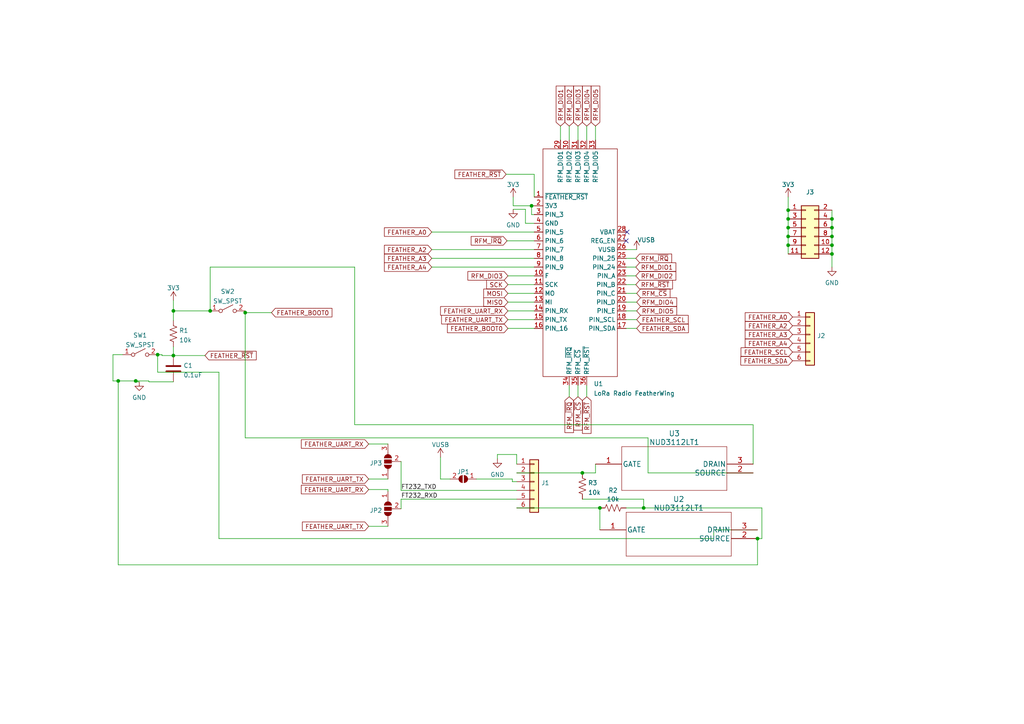
<source format=kicad_sch>
(kicad_sch (version 20230121) (generator eeschema)

  (uuid d5f527b8-c380-4bdd-a868-474927451c11)

  (paper "A4")

  (lib_symbols
    (symbol "2023-04-07_15-25-17:NUD3112LT1" (pin_names (offset 0.254)) (in_bom yes) (on_board yes)
      (property "Reference" "U" (at 22.86 10.16 0)
        (effects (font (size 1.524 1.524)))
      )
      (property "Value" "NUD3112LT1" (at 22.86 7.62 0)
        (effects (font (size 1.524 1.524)))
      )
      (property "Footprint" "SOT-23_ONS" (at 22.86 6.096 0)
        (effects (font (size 1.524 1.524)) hide)
      )
      (property "Datasheet" "" (at 0 0 0)
        (effects (font (size 1.524 1.524)))
      )
      (property "ki_locked" "" (at 0 0 0)
        (effects (font (size 1.27 1.27)))
      )
      (property "ki_fp_filters" "SOT-23_ONS SOT-23_ONS-M SOT-23_ONS-L" (at 0 0 0)
        (effects (font (size 1.27 1.27)) hide)
      )
      (symbol "NUD3112LT1_1_1"
        (polyline
          (pts
            (xy 7.62 -7.62)
            (xy 38.1 -7.62)
          )
          (stroke (width 0.127) (type solid))
          (fill (type none))
        )
        (polyline
          (pts
            (xy 7.62 5.08)
            (xy 7.62 -7.62)
          )
          (stroke (width 0.127) (type solid))
          (fill (type none))
        )
        (polyline
          (pts
            (xy 38.1 -7.62)
            (xy 38.1 5.08)
          )
          (stroke (width 0.127) (type solid))
          (fill (type none))
        )
        (polyline
          (pts
            (xy 38.1 5.08)
            (xy 7.62 5.08)
          )
          (stroke (width 0.127) (type solid))
          (fill (type none))
        )
        (pin unspecified line (at 0 0 0) (length 7.62)
          (name "GATE" (effects (font (size 1.4986 1.4986))))
          (number "1" (effects (font (size 1.4986 1.4986))))
        )
        (pin unspecified line (at 45.72 -2.54 180) (length 7.62)
          (name "SOURCE" (effects (font (size 1.4986 1.4986))))
          (number "2" (effects (font (size 1.4986 1.4986))))
        )
        (pin unspecified line (at 45.72 0 180) (length 7.62)
          (name "DRAIN" (effects (font (size 1.4986 1.4986))))
          (number "3" (effects (font (size 1.4986 1.4986))))
        )
      )
    )
    (symbol "Symbols:3V3" (power) (pin_names (offset 0)) (in_bom yes) (on_board yes)
      (property "Reference" "#PWR" (at 0 -3.81 0)
        (effects (font (size 1.27 1.27)) hide)
      )
      (property "Value" "3V3" (at 0 3.556 0)
        (effects (font (size 1.27 1.27)))
      )
      (property "Footprint" "" (at 0 0 0)
        (effects (font (size 1.27 1.27)) hide)
      )
      (property "Datasheet" "" (at 0 0 0)
        (effects (font (size 1.27 1.27)) hide)
      )
      (property "ki_keywords" "power-flag" (at 0 0 0)
        (effects (font (size 1.27 1.27)) hide)
      )
      (property "ki_description" "Power symbol creates a global label with name \"+3.3V\"" (at 0 0 0)
        (effects (font (size 1.27 1.27)) hide)
      )
      (symbol "3V3_0_1"
        (polyline
          (pts
            (xy -0.762 1.27)
            (xy 0 2.54)
          )
          (stroke (width 0) (type default))
          (fill (type none))
        )
        (polyline
          (pts
            (xy 0 0)
            (xy 0 2.54)
          )
          (stroke (width 0) (type default))
          (fill (type none))
        )
        (polyline
          (pts
            (xy 0 2.54)
            (xy 0.762 1.27)
          )
          (stroke (width 0) (type default))
          (fill (type none))
        )
      )
      (symbol "3V3_1_1"
        (pin power_in line (at 0 0 90) (length 0) hide
          (name "3V3" (effects (font (size 1.27 1.27))))
          (number "1" (effects (font (size 1.27 1.27))))
        )
      )
    )
    (symbol "Symbols:C" (pin_numbers hide) (pin_names (offset 0.254)) (in_bom yes) (on_board yes)
      (property "Reference" "C" (at 0.635 2.54 0)
        (effects (font (size 1.27 1.27)) (justify left))
      )
      (property "Value" "C" (at 0.635 -2.54 0)
        (effects (font (size 1.27 1.27)) (justify left))
      )
      (property "Footprint" "" (at 0.9652 -3.81 0)
        (effects (font (size 1.27 1.27)) hide)
      )
      (property "Datasheet" "~" (at 0 0 0)
        (effects (font (size 1.27 1.27)) hide)
      )
      (property "ki_keywords" "cap capacitor" (at 0 0 0)
        (effects (font (size 1.27 1.27)) hide)
      )
      (property "ki_description" "Unpolarized capacitor" (at 0 0 0)
        (effects (font (size 1.27 1.27)) hide)
      )
      (property "ki_fp_filters" "C_*" (at 0 0 0)
        (effects (font (size 1.27 1.27)) hide)
      )
      (symbol "C_0_1"
        (polyline
          (pts
            (xy -2.032 -0.762)
            (xy 2.032 -0.762)
          )
          (stroke (width 0.508) (type default))
          (fill (type none))
        )
        (polyline
          (pts
            (xy -2.032 0.762)
            (xy 2.032 0.762)
          )
          (stroke (width 0.508) (type default))
          (fill (type none))
        )
      )
      (symbol "C_1_1"
        (pin passive line (at 0 3.81 270) (length 2.794)
          (name "~" (effects (font (size 1.27 1.27))))
          (number "1" (effects (font (size 1.27 1.27))))
        )
        (pin passive line (at 0 -3.81 90) (length 2.794)
          (name "~" (effects (font (size 1.27 1.27))))
          (number "2" (effects (font (size 1.27 1.27))))
        )
      )
    )
    (symbol "Symbols:Conn_01x06" (pin_names (offset 1.016) hide) (in_bom yes) (on_board yes)
      (property "Reference" "J" (at 0 7.62 0)
        (effects (font (size 1.27 1.27)))
      )
      (property "Value" "Conn_01x06" (at 0 -10.16 0)
        (effects (font (size 1.27 1.27)))
      )
      (property "Footprint" "" (at 0 0 0)
        (effects (font (size 1.27 1.27)) hide)
      )
      (property "Datasheet" "~" (at 0 0 0)
        (effects (font (size 1.27 1.27)) hide)
      )
      (property "ki_keywords" "connector" (at 0 0 0)
        (effects (font (size 1.27 1.27)) hide)
      )
      (property "ki_description" "Generic connector, single row, 01x06, script generated (kicad-library-utils/schlib/autogen/connector/)" (at 0 0 0)
        (effects (font (size 1.27 1.27)) hide)
      )
      (property "ki_fp_filters" "Connector*:*_1x??_*" (at 0 0 0)
        (effects (font (size 1.27 1.27)) hide)
      )
      (symbol "Conn_01x06_1_1"
        (rectangle (start -1.27 -7.493) (end 0 -7.747)
          (stroke (width 0.1524) (type default))
          (fill (type none))
        )
        (rectangle (start -1.27 -4.953) (end 0 -5.207)
          (stroke (width 0.1524) (type default))
          (fill (type none))
        )
        (rectangle (start -1.27 -2.413) (end 0 -2.667)
          (stroke (width 0.1524) (type default))
          (fill (type none))
        )
        (rectangle (start -1.27 0.127) (end 0 -0.127)
          (stroke (width 0.1524) (type default))
          (fill (type none))
        )
        (rectangle (start -1.27 2.667) (end 0 2.413)
          (stroke (width 0.1524) (type default))
          (fill (type none))
        )
        (rectangle (start -1.27 5.207) (end 0 4.953)
          (stroke (width 0.1524) (type default))
          (fill (type none))
        )
        (rectangle (start -1.27 6.35) (end 1.27 -8.89)
          (stroke (width 0.254) (type default))
          (fill (type background))
        )
        (pin passive line (at -5.08 5.08 0) (length 3.81)
          (name "Pin_1" (effects (font (size 1.27 1.27))))
          (number "1" (effects (font (size 1.27 1.27))))
        )
        (pin passive line (at -5.08 2.54 0) (length 3.81)
          (name "Pin_2" (effects (font (size 1.27 1.27))))
          (number "2" (effects (font (size 1.27 1.27))))
        )
        (pin passive line (at -5.08 0 0) (length 3.81)
          (name "Pin_3" (effects (font (size 1.27 1.27))))
          (number "3" (effects (font (size 1.27 1.27))))
        )
        (pin passive line (at -5.08 -2.54 0) (length 3.81)
          (name "Pin_4" (effects (font (size 1.27 1.27))))
          (number "4" (effects (font (size 1.27 1.27))))
        )
        (pin passive line (at -5.08 -5.08 0) (length 3.81)
          (name "Pin_5" (effects (font (size 1.27 1.27))))
          (number "5" (effects (font (size 1.27 1.27))))
        )
        (pin passive line (at -5.08 -7.62 0) (length 3.81)
          (name "Pin_6" (effects (font (size 1.27 1.27))))
          (number "6" (effects (font (size 1.27 1.27))))
        )
      )
    )
    (symbol "Symbols:Conn_02x06_Odd_Even" (pin_names (offset 1.016) hide) (in_bom yes) (on_board yes)
      (property "Reference" "J" (at 1.27 7.62 0)
        (effects (font (size 1.27 1.27)))
      )
      (property "Value" "Conn_02x06_Odd_Even" (at 1.27 -10.16 0)
        (effects (font (size 1.27 1.27)))
      )
      (property "Footprint" "" (at 0 0 0)
        (effects (font (size 1.27 1.27)) hide)
      )
      (property "Datasheet" "~" (at 0 0 0)
        (effects (font (size 1.27 1.27)) hide)
      )
      (property "ki_keywords" "connector" (at 0 0 0)
        (effects (font (size 1.27 1.27)) hide)
      )
      (property "ki_description" "Generic connector, double row, 02x06, odd/even pin numbering scheme (row 1 odd numbers, row 2 even numbers), script generated (kicad-library-utils/schlib/autogen/connector/)" (at 0 0 0)
        (effects (font (size 1.27 1.27)) hide)
      )
      (property "ki_fp_filters" "Connector*:*_2x??_*" (at 0 0 0)
        (effects (font (size 1.27 1.27)) hide)
      )
      (symbol "Conn_02x06_Odd_Even_1_1"
        (rectangle (start -1.27 -7.493) (end 0 -7.747)
          (stroke (width 0.1524) (type default))
          (fill (type none))
        )
        (rectangle (start -1.27 -4.953) (end 0 -5.207)
          (stroke (width 0.1524) (type default))
          (fill (type none))
        )
        (rectangle (start -1.27 -2.413) (end 0 -2.667)
          (stroke (width 0.1524) (type default))
          (fill (type none))
        )
        (rectangle (start -1.27 0.127) (end 0 -0.127)
          (stroke (width 0.1524) (type default))
          (fill (type none))
        )
        (rectangle (start -1.27 2.667) (end 0 2.413)
          (stroke (width 0.1524) (type default))
          (fill (type none))
        )
        (rectangle (start -1.27 5.207) (end 0 4.953)
          (stroke (width 0.1524) (type default))
          (fill (type none))
        )
        (rectangle (start -1.27 6.35) (end 3.81 -8.89)
          (stroke (width 0.254) (type default))
          (fill (type background))
        )
        (rectangle (start 3.81 -7.493) (end 2.54 -7.747)
          (stroke (width 0.1524) (type default))
          (fill (type none))
        )
        (rectangle (start 3.81 -4.953) (end 2.54 -5.207)
          (stroke (width 0.1524) (type default))
          (fill (type none))
        )
        (rectangle (start 3.81 -2.413) (end 2.54 -2.667)
          (stroke (width 0.1524) (type default))
          (fill (type none))
        )
        (rectangle (start 3.81 0.127) (end 2.54 -0.127)
          (stroke (width 0.1524) (type default))
          (fill (type none))
        )
        (rectangle (start 3.81 2.667) (end 2.54 2.413)
          (stroke (width 0.1524) (type default))
          (fill (type none))
        )
        (rectangle (start 3.81 5.207) (end 2.54 4.953)
          (stroke (width 0.1524) (type default))
          (fill (type none))
        )
        (pin passive line (at -5.08 5.08 0) (length 3.81)
          (name "Pin_1" (effects (font (size 1.27 1.27))))
          (number "1" (effects (font (size 1.27 1.27))))
        )
        (pin passive line (at 7.62 -5.08 180) (length 3.81)
          (name "Pin_10" (effects (font (size 1.27 1.27))))
          (number "10" (effects (font (size 1.27 1.27))))
        )
        (pin passive line (at -5.08 -7.62 0) (length 3.81)
          (name "Pin_11" (effects (font (size 1.27 1.27))))
          (number "11" (effects (font (size 1.27 1.27))))
        )
        (pin passive line (at 7.62 -7.62 180) (length 3.81)
          (name "Pin_12" (effects (font (size 1.27 1.27))))
          (number "12" (effects (font (size 1.27 1.27))))
        )
        (pin passive line (at 7.62 5.08 180) (length 3.81)
          (name "Pin_2" (effects (font (size 1.27 1.27))))
          (number "2" (effects (font (size 1.27 1.27))))
        )
        (pin passive line (at -5.08 2.54 0) (length 3.81)
          (name "Pin_3" (effects (font (size 1.27 1.27))))
          (number "3" (effects (font (size 1.27 1.27))))
        )
        (pin passive line (at 7.62 2.54 180) (length 3.81)
          (name "Pin_4" (effects (font (size 1.27 1.27))))
          (number "4" (effects (font (size 1.27 1.27))))
        )
        (pin passive line (at -5.08 0 0) (length 3.81)
          (name "Pin_5" (effects (font (size 1.27 1.27))))
          (number "5" (effects (font (size 1.27 1.27))))
        )
        (pin passive line (at 7.62 0 180) (length 3.81)
          (name "Pin_6" (effects (font (size 1.27 1.27))))
          (number "6" (effects (font (size 1.27 1.27))))
        )
        (pin passive line (at -5.08 -2.54 0) (length 3.81)
          (name "Pin_7" (effects (font (size 1.27 1.27))))
          (number "7" (effects (font (size 1.27 1.27))))
        )
        (pin passive line (at 7.62 -2.54 180) (length 3.81)
          (name "Pin_8" (effects (font (size 1.27 1.27))))
          (number "8" (effects (font (size 1.27 1.27))))
        )
        (pin passive line (at -5.08 -5.08 0) (length 3.81)
          (name "Pin_9" (effects (font (size 1.27 1.27))))
          (number "9" (effects (font (size 1.27 1.27))))
        )
      )
    )
    (symbol "Symbols:GND" (power) (pin_names (offset 0)) (in_bom yes) (on_board yes)
      (property "Reference" "#PWR" (at 0 -6.35 0)
        (effects (font (size 1.27 1.27)) hide)
      )
      (property "Value" "GND" (at 0 -3.81 0)
        (effects (font (size 1.27 1.27)))
      )
      (property "Footprint" "" (at 0 0 0)
        (effects (font (size 1.27 1.27)) hide)
      )
      (property "Datasheet" "" (at 0 0 0)
        (effects (font (size 1.27 1.27)) hide)
      )
      (property "ki_keywords" "power-flag" (at 0 0 0)
        (effects (font (size 1.27 1.27)) hide)
      )
      (property "ki_description" "Power symbol creates a global label with name \"GND\" , ground" (at 0 0 0)
        (effects (font (size 1.27 1.27)) hide)
      )
      (symbol "GND_0_1"
        (polyline
          (pts
            (xy 0 0)
            (xy 0 -1.27)
            (xy 1.27 -1.27)
            (xy 0 -2.54)
            (xy -1.27 -1.27)
            (xy 0 -1.27)
          )
          (stroke (width 0) (type default))
          (fill (type none))
        )
      )
      (symbol "GND_1_1"
        (pin power_in line (at 0 0 270) (length 0) hide
          (name "GND" (effects (font (size 1.27 1.27))))
          (number "1" (effects (font (size 1.27 1.27))))
        )
      )
    )
    (symbol "Symbols:LoRa Radio FeatherWing" (in_bom yes) (on_board yes)
      (property "Reference" "U1" (at 4.5594 -35.1187 0)
        (effects (font (size 1.27 1.27)) (justify left))
      )
      (property "Value" "LoRa Radio FeatherWing" (at 4.5594 -37.8938 0)
        (effects (font (size 1.27 1.27)) (justify left))
      )
      (property "Footprint" "Footprints:Radio_FeatherWing_16x12+5+3" (at 15.24 -25.4 0)
        (effects (font (size 1.27 1.27)) hide)
      )
      (property "Datasheet" "" (at 15.24 -25.4 0)
        (effects (font (size 1.27 1.27)) hide)
      )
      (symbol "LoRa Radio FeatherWing_0_1"
        (rectangle (start -10.16 33.02) (end 11.43 -33.02)
          (stroke (width 0.1524) (type default))
          (fill (type none))
        )
      )
      (symbol "LoRa Radio FeatherWing_1_1"
        (pin input line (at -12.7 19.05 0) (length 2.54)
          (name "~{FEATHER_RST}" (effects (font (size 1.27 1.27))))
          (number "1" (effects (font (size 1.27 1.27))))
        )
        (pin bidirectional line (at -12.7 -3.81 0) (length 2.54)
          (name "F" (effects (font (size 1.27 1.27))))
          (number "10" (effects (font (size 1.27 1.27))))
        )
        (pin input line (at -12.7 -6.35 0) (length 2.54)
          (name "SCK" (effects (font (size 1.27 1.27))))
          (number "11" (effects (font (size 1.27 1.27))))
        )
        (pin input line (at -12.7 -8.89 0) (length 2.54)
          (name "MO" (effects (font (size 1.27 1.27))))
          (number "12" (effects (font (size 1.27 1.27))))
        )
        (pin output line (at -12.7 -11.43 0) (length 2.54)
          (name "MI" (effects (font (size 1.27 1.27))))
          (number "13" (effects (font (size 1.27 1.27))))
        )
        (pin bidirectional line (at -12.7 -13.97 0) (length 2.54)
          (name "PIN_RX" (effects (font (size 1.27 1.27))))
          (number "14" (effects (font (size 1.27 1.27))))
        )
        (pin bidirectional line (at -12.7 -16.51 0) (length 2.54)
          (name "PIN_TX" (effects (font (size 1.27 1.27))))
          (number "15" (effects (font (size 1.27 1.27))))
        )
        (pin bidirectional line (at -12.7 -19.05 0) (length 2.54)
          (name "PIN_16" (effects (font (size 1.27 1.27))))
          (number "16" (effects (font (size 1.27 1.27))))
        )
        (pin bidirectional line (at 13.97 -19.05 180) (length 2.54)
          (name "PIN_SDA" (effects (font (size 1.27 1.27))))
          (number "17" (effects (font (size 1.27 1.27))))
        )
        (pin bidirectional line (at 13.97 -16.51 180) (length 2.54)
          (name "PIN_SCL" (effects (font (size 1.27 1.27))))
          (number "18" (effects (font (size 1.27 1.27))))
        )
        (pin bidirectional line (at 13.97 -13.97 180) (length 2.54)
          (name "PIN_E" (effects (font (size 1.27 1.27))))
          (number "19" (effects (font (size 1.27 1.27))))
        )
        (pin power_in line (at -12.7 16.51 0) (length 2.54)
          (name "3V3" (effects (font (size 1.27 1.27))))
          (number "2" (effects (font (size 1.27 1.27))))
        )
        (pin bidirectional line (at 13.97 -11.43 180) (length 2.54)
          (name "PIN_D" (effects (font (size 1.27 1.27))))
          (number "20" (effects (font (size 1.27 1.27))))
        )
        (pin bidirectional line (at 13.97 -8.89 180) (length 2.54)
          (name "PIN_C" (effects (font (size 1.27 1.27))))
          (number "21" (effects (font (size 1.27 1.27))))
        )
        (pin bidirectional line (at 13.97 -6.35 180) (length 2.54)
          (name "PIN_B" (effects (font (size 1.27 1.27))))
          (number "22" (effects (font (size 1.27 1.27))))
        )
        (pin bidirectional line (at 13.97 -3.81 180) (length 2.54)
          (name "PIN_A" (effects (font (size 1.27 1.27))))
          (number "23" (effects (font (size 1.27 1.27))))
        )
        (pin bidirectional line (at 13.97 -1.27 180) (length 2.54)
          (name "PIN_24" (effects (font (size 1.27 1.27))))
          (number "24" (effects (font (size 1.27 1.27))))
        )
        (pin bidirectional line (at 13.97 1.27 180) (length 2.54)
          (name "PIN_25" (effects (font (size 1.27 1.27))))
          (number "25" (effects (font (size 1.27 1.27))))
        )
        (pin power_out line (at 13.97 3.81 180) (length 2.54)
          (name "VUSB" (effects (font (size 1.27 1.27))))
          (number "26" (effects (font (size 1.27 1.27))))
        )
        (pin input line (at 13.97 6.35 180) (length 2.54)
          (name "REG_EN" (effects (font (size 1.27 1.27))))
          (number "27" (effects (font (size 1.27 1.27))))
        )
        (pin power_out line (at 13.97 8.89 180) (length 2.54)
          (name "VBAT" (effects (font (size 1.27 1.27))))
          (number "28" (effects (font (size 1.27 1.27))))
        )
        (pin bidirectional line (at -5.08 35.56 270) (length 2.54)
          (name "RFM_DIO1" (effects (font (size 1.27 1.27))))
          (number "29" (effects (font (size 1.27 1.27))))
        )
        (pin bidirectional line (at -12.7 13.97 0) (length 2.54)
          (name "PIN_3" (effects (font (size 1.27 1.27))))
          (number "3" (effects (font (size 1.27 1.27))))
        )
        (pin bidirectional line (at -2.54 35.56 270) (length 2.54)
          (name "RFM_DIO2" (effects (font (size 1.27 1.27))))
          (number "30" (effects (font (size 1.27 1.27))))
        )
        (pin bidirectional line (at 0 35.56 270) (length 2.54)
          (name "RFM_DIO3" (effects (font (size 1.27 1.27))))
          (number "31" (effects (font (size 1.27 1.27))))
        )
        (pin bidirectional line (at 2.54 35.56 270) (length 2.54)
          (name "RFM_DIO4" (effects (font (size 1.27 1.27))))
          (number "32" (effects (font (size 1.27 1.27))))
        )
        (pin bidirectional line (at 5.08 35.56 270) (length 2.54)
          (name "RFM_DIO5" (effects (font (size 1.27 1.27))))
          (number "33" (effects (font (size 1.27 1.27))))
        )
        (pin output line (at -2.54 -35.56 90) (length 2.54)
          (name "RFM_~{IRQ}" (effects (font (size 1.27 1.27))))
          (number "34" (effects (font (size 1.27 1.27))))
        )
        (pin input line (at 0 -35.56 90) (length 2.54)
          (name "RFM_~{CS}" (effects (font (size 1.27 1.27))))
          (number "35" (effects (font (size 1.27 1.27))))
        )
        (pin input line (at 2.54 -35.56 90) (length 2.54)
          (name "RFM_~{RST}" (effects (font (size 1.27 1.27))))
          (number "36" (effects (font (size 1.27 1.27))))
        )
        (pin power_in line (at -12.7 11.43 0) (length 2.54)
          (name "GND" (effects (font (size 1.27 1.27))))
          (number "4" (effects (font (size 1.27 1.27))))
        )
        (pin bidirectional line (at -12.7 8.89 0) (length 2.54)
          (name "PIN_5" (effects (font (size 1.27 1.27))))
          (number "5" (effects (font (size 1.27 1.27))))
        )
        (pin bidirectional line (at -12.7 6.35 0) (length 2.54)
          (name "PIN_6" (effects (font (size 1.27 1.27))))
          (number "6" (effects (font (size 1.27 1.27))))
        )
        (pin bidirectional line (at -12.7 3.81 0) (length 2.54)
          (name "PIN_7" (effects (font (size 1.27 1.27))))
          (number "7" (effects (font (size 1.27 1.27))))
        )
        (pin bidirectional line (at -12.7 1.27 0) (length 2.54)
          (name "PIN_8" (effects (font (size 1.27 1.27))))
          (number "8" (effects (font (size 1.27 1.27))))
        )
        (pin bidirectional line (at -12.7 -1.27 0) (length 2.54)
          (name "PIN_9" (effects (font (size 1.27 1.27))))
          (number "9" (effects (font (size 1.27 1.27))))
        )
      )
    )
    (symbol "Symbols:R_US" (pin_numbers hide) (pin_names (offset 0)) (in_bom yes) (on_board yes)
      (property "Reference" "R" (at 2.54 0 90)
        (effects (font (size 1.27 1.27)))
      )
      (property "Value" "R_US" (at -2.54 0 90)
        (effects (font (size 1.27 1.27)))
      )
      (property "Footprint" "" (at 1.016 -0.254 90)
        (effects (font (size 1.27 1.27)) hide)
      )
      (property "Datasheet" "~" (at 0 0 0)
        (effects (font (size 1.27 1.27)) hide)
      )
      (property "ki_keywords" "R res resistor" (at 0 0 0)
        (effects (font (size 1.27 1.27)) hide)
      )
      (property "ki_description" "Resistor, US symbol" (at 0 0 0)
        (effects (font (size 1.27 1.27)) hide)
      )
      (property "ki_fp_filters" "R_*" (at 0 0 0)
        (effects (font (size 1.27 1.27)) hide)
      )
      (symbol "R_US_0_1"
        (polyline
          (pts
            (xy 0 -2.286)
            (xy 0 -2.54)
          )
          (stroke (width 0) (type default))
          (fill (type none))
        )
        (polyline
          (pts
            (xy 0 2.286)
            (xy 0 2.54)
          )
          (stroke (width 0) (type default))
          (fill (type none))
        )
        (polyline
          (pts
            (xy 0 -0.762)
            (xy 1.016 -1.143)
            (xy 0 -1.524)
            (xy -1.016 -1.905)
            (xy 0 -2.286)
          )
          (stroke (width 0) (type default))
          (fill (type none))
        )
        (polyline
          (pts
            (xy 0 0.762)
            (xy 1.016 0.381)
            (xy 0 0)
            (xy -1.016 -0.381)
            (xy 0 -0.762)
          )
          (stroke (width 0) (type default))
          (fill (type none))
        )
        (polyline
          (pts
            (xy 0 2.286)
            (xy 1.016 1.905)
            (xy 0 1.524)
            (xy -1.016 1.143)
            (xy 0 0.762)
          )
          (stroke (width 0) (type default))
          (fill (type none))
        )
      )
      (symbol "R_US_1_1"
        (pin passive line (at 0 3.81 270) (length 1.27)
          (name "~" (effects (font (size 1.27 1.27))))
          (number "1" (effects (font (size 1.27 1.27))))
        )
        (pin passive line (at 0 -3.81 90) (length 1.27)
          (name "~" (effects (font (size 1.27 1.27))))
          (number "2" (effects (font (size 1.27 1.27))))
        )
      )
    )
    (symbol "Symbols:SW_SPST" (pin_names (offset 0) hide) (in_bom yes) (on_board yes)
      (property "Reference" "SW" (at 0 3.175 0)
        (effects (font (size 1.27 1.27)))
      )
      (property "Value" "SW_SPST" (at 0 -2.54 0)
        (effects (font (size 1.27 1.27)))
      )
      (property "Footprint" "" (at 0 0 0)
        (effects (font (size 1.27 1.27)) hide)
      )
      (property "Datasheet" "~" (at 0 0 0)
        (effects (font (size 1.27 1.27)) hide)
      )
      (property "ki_keywords" "switch lever" (at 0 0 0)
        (effects (font (size 1.27 1.27)) hide)
      )
      (property "ki_description" "Single Pole Single Throw (SPST) switch" (at 0 0 0)
        (effects (font (size 1.27 1.27)) hide)
      )
      (symbol "SW_SPST_0_0"
        (circle (center -2.032 0) (radius 0.508)
          (stroke (width 0) (type default))
          (fill (type none))
        )
        (polyline
          (pts
            (xy -1.524 0.254)
            (xy 1.524 1.778)
          )
          (stroke (width 0) (type default))
          (fill (type none))
        )
        (circle (center 2.032 0) (radius 0.508)
          (stroke (width 0) (type default))
          (fill (type none))
        )
      )
      (symbol "SW_SPST_1_1"
        (pin passive line (at -5.08 0 0) (length 2.54)
          (name "A" (effects (font (size 1.27 1.27))))
          (number "1" (effects (font (size 1.27 1.27))))
        )
        (pin passive line (at 5.08 0 180) (length 2.54)
          (name "B" (effects (font (size 1.27 1.27))))
          (number "2" (effects (font (size 1.27 1.27))))
        )
      )
    )
    (symbol "Symbols:SolderJumper_2_Open" (pin_names (offset 0) hide) (in_bom yes) (on_board yes)
      (property "Reference" "JP" (at 0 2.032 0)
        (effects (font (size 1.27 1.27)))
      )
      (property "Value" "SolderJumper_2_Open" (at 0 -2.54 0)
        (effects (font (size 1.27 1.27)))
      )
      (property "Footprint" "" (at 0 0 0)
        (effects (font (size 1.27 1.27)) hide)
      )
      (property "Datasheet" "~" (at 0 0 0)
        (effects (font (size 1.27 1.27)) hide)
      )
      (property "ki_keywords" "solder jumper SPST" (at 0 0 0)
        (effects (font (size 1.27 1.27)) hide)
      )
      (property "ki_description" "Solder Jumper, 2-pole, open" (at 0 0 0)
        (effects (font (size 1.27 1.27)) hide)
      )
      (property "ki_fp_filters" "SolderJumper*Open*" (at 0 0 0)
        (effects (font (size 1.27 1.27)) hide)
      )
      (symbol "SolderJumper_2_Open_0_1"
        (arc (start -0.254 1.016) (mid -1.2656 0) (end -0.254 -1.016)
          (stroke (width 0) (type default))
          (fill (type none))
        )
        (arc (start -0.254 1.016) (mid -1.2656 0) (end -0.254 -1.016)
          (stroke (width 0) (type default))
          (fill (type outline))
        )
        (polyline
          (pts
            (xy -0.254 1.016)
            (xy -0.254 -1.016)
          )
          (stroke (width 0) (type default))
          (fill (type none))
        )
        (polyline
          (pts
            (xy 0.254 1.016)
            (xy 0.254 -1.016)
          )
          (stroke (width 0) (type default))
          (fill (type none))
        )
        (arc (start 0.254 -1.016) (mid 1.2656 0) (end 0.254 1.016)
          (stroke (width 0) (type default))
          (fill (type none))
        )
        (arc (start 0.254 -1.016) (mid 1.2656 0) (end 0.254 1.016)
          (stroke (width 0) (type default))
          (fill (type outline))
        )
      )
      (symbol "SolderJumper_2_Open_1_1"
        (pin passive line (at -3.81 0 0) (length 2.54)
          (name "A" (effects (font (size 1.27 1.27))))
          (number "1" (effects (font (size 1.27 1.27))))
        )
        (pin passive line (at 3.81 0 180) (length 2.54)
          (name "B" (effects (font (size 1.27 1.27))))
          (number "2" (effects (font (size 1.27 1.27))))
        )
      )
    )
    (symbol "Symbols:SolderJumper_3_Open" (pin_names (offset 0) hide) (in_bom yes) (on_board yes)
      (property "Reference" "JP" (at -2.54 -2.54 0)
        (effects (font (size 1.27 1.27)))
      )
      (property "Value" "SolderJumper_3_Open" (at 0 2.794 0)
        (effects (font (size 1.27 1.27)))
      )
      (property "Footprint" "" (at 0 0 0)
        (effects (font (size 1.27 1.27)) hide)
      )
      (property "Datasheet" "~" (at 0 0 0)
        (effects (font (size 1.27 1.27)) hide)
      )
      (property "ki_keywords" "Solder Jumper SPDT" (at 0 0 0)
        (effects (font (size 1.27 1.27)) hide)
      )
      (property "ki_description" "Solder Jumper, 3-pole, open" (at 0 0 0)
        (effects (font (size 1.27 1.27)) hide)
      )
      (property "ki_fp_filters" "SolderJumper*Open*" (at 0 0 0)
        (effects (font (size 1.27 1.27)) hide)
      )
      (symbol "SolderJumper_3_Open_0_1"
        (arc (start -1.016 1.016) (mid -2.0276 0) (end -1.016 -1.016)
          (stroke (width 0) (type default))
          (fill (type none))
        )
        (arc (start -1.016 1.016) (mid -2.0276 0) (end -1.016 -1.016)
          (stroke (width 0) (type default))
          (fill (type outline))
        )
        (rectangle (start -0.508 1.016) (end 0.508 -1.016)
          (stroke (width 0) (type default))
          (fill (type outline))
        )
        (polyline
          (pts
            (xy -2.54 0)
            (xy -2.032 0)
          )
          (stroke (width 0) (type default))
          (fill (type none))
        )
        (polyline
          (pts
            (xy -1.016 1.016)
            (xy -1.016 -1.016)
          )
          (stroke (width 0) (type default))
          (fill (type none))
        )
        (polyline
          (pts
            (xy 0 -1.27)
            (xy 0 -1.016)
          )
          (stroke (width 0) (type default))
          (fill (type none))
        )
        (polyline
          (pts
            (xy 1.016 1.016)
            (xy 1.016 -1.016)
          )
          (stroke (width 0) (type default))
          (fill (type none))
        )
        (polyline
          (pts
            (xy 2.54 0)
            (xy 2.032 0)
          )
          (stroke (width 0) (type default))
          (fill (type none))
        )
        (arc (start 1.016 -1.016) (mid 2.0276 0) (end 1.016 1.016)
          (stroke (width 0) (type default))
          (fill (type none))
        )
        (arc (start 1.016 -1.016) (mid 2.0276 0) (end 1.016 1.016)
          (stroke (width 0) (type default))
          (fill (type outline))
        )
      )
      (symbol "SolderJumper_3_Open_1_1"
        (pin passive line (at -5.08 0 0) (length 2.54)
          (name "A" (effects (font (size 1.27 1.27))))
          (number "1" (effects (font (size 1.27 1.27))))
        )
        (pin input line (at 0 -3.81 90) (length 2.54)
          (name "C" (effects (font (size 1.27 1.27))))
          (number "2" (effects (font (size 1.27 1.27))))
        )
        (pin passive line (at 5.08 0 180) (length 2.54)
          (name "B" (effects (font (size 1.27 1.27))))
          (number "3" (effects (font (size 1.27 1.27))))
        )
      )
    )
    (symbol "Symbols:VUSB" (power) (pin_names (offset 0)) (in_bom yes) (on_board yes)
      (property "Reference" "#PWR" (at 0 -3.81 0)
        (effects (font (size 1.27 1.27)) hide)
      )
      (property "Value" "VUSB" (at 0 3.81 0)
        (effects (font (size 1.27 1.27)))
      )
      (property "Footprint" "" (at 0 0 0)
        (effects (font (size 1.27 1.27)) hide)
      )
      (property "Datasheet" "" (at 0 0 0)
        (effects (font (size 1.27 1.27)) hide)
      )
      (property "ki_keywords" "power-flag" (at 0 0 0)
        (effects (font (size 1.27 1.27)) hide)
      )
      (property "ki_description" "Power symbol creates a global label with name \"VBUS\"" (at 0 0 0)
        (effects (font (size 1.27 1.27)) hide)
      )
      (symbol "VUSB_0_1"
        (polyline
          (pts
            (xy -0.762 1.27)
            (xy 0 2.54)
          )
          (stroke (width 0) (type default))
          (fill (type none))
        )
        (polyline
          (pts
            (xy 0 0)
            (xy 0 2.54)
          )
          (stroke (width 0) (type default))
          (fill (type none))
        )
        (polyline
          (pts
            (xy 0 2.54)
            (xy 0.762 1.27)
          )
          (stroke (width 0) (type default))
          (fill (type none))
        )
      )
      (symbol "VUSB_1_1"
        (pin power_in line (at 0 0 90) (length 0) hide
          (name "VUSB" (effects (font (size 1.27 1.27))))
          (number "1" (effects (font (size 1.27 1.27))))
        )
      )
    )
  )

  (junction (at 39.37 110.49) (diameter 0) (color 0 0 0 0)
    (uuid 0c5b89eb-9ace-4759-b7a8-a38ca4cc3d35)
  )
  (junction (at 241.3 68.58) (diameter 0) (color 0 0 0 0)
    (uuid 135ae206-1021-4a43-8b45-096e77a657bf)
  )
  (junction (at 228.6 71.12) (diameter 0) (color 0 0 0 0)
    (uuid 20fb8a73-ce73-47e1-90a6-3ef1983db2b8)
  )
  (junction (at 219.71 156.21) (diameter 0) (color 0 0 0 0)
    (uuid 2b10f639-e5a8-4388-ba92-d5d8eb5e9d73)
  )
  (junction (at 50.292 90.17) (diameter 0) (color 0 0 0 0)
    (uuid 2d34f8c9-fc39-4088-9d22-87d4b6b8e677)
  )
  (junction (at 50.292 103.124) (diameter 0) (color 0 0 0 0)
    (uuid 3eec5024-daf0-4fbb-97f0-e2e865116f50)
  )
  (junction (at 228.6 63.5) (diameter 0) (color 0 0 0 0)
    (uuid 418d0763-2840-4c6c-ac1c-ffdd7d1e2af3)
  )
  (junction (at 45.72 102.87) (diameter 0) (color 0 0 0 0)
    (uuid 4647dd83-9c02-4eb0-8750-c98ad96c2b5e)
  )
  (junction (at 186.69 147.32) (diameter 0) (color 0 0 0 0)
    (uuid 4ecb76a5-daad-43dc-aad3-4b04b9659936)
  )
  (junction (at 228.6 66.04) (diameter 0) (color 0 0 0 0)
    (uuid 65a36e60-62fc-441c-bd84-615bef116506)
  )
  (junction (at 241.3 71.12) (diameter 0) (color 0 0 0 0)
    (uuid 79da97eb-4f3a-4f93-b95f-81be49713f93)
  )
  (junction (at 71.12 90.678) (diameter 0) (color 0 0 0 0)
    (uuid 7eaf7421-31a6-403c-b51b-061f0a7985ad)
  )
  (junction (at 60.96 90.17) (diameter 0) (color 0 0 0 0)
    (uuid 983723a3-a475-4ad2-802f-822278104b18)
  )
  (junction (at 228.6 60.96) (diameter 0) (color 0 0 0 0)
    (uuid a01b069b-fed4-417e-bda3-581499dc1291)
  )
  (junction (at 228.6 68.58) (diameter 0) (color 0 0 0 0)
    (uuid bd00a05b-5d37-4854-afd5-c679214f2679)
  )
  (junction (at 241.3 63.5) (diameter 0) (color 0 0 0 0)
    (uuid be90c620-76da-42a0-b627-8b9312322f79)
  )
  (junction (at 241.3 66.04) (diameter 0) (color 0 0 0 0)
    (uuid c71ced10-2508-4188-8c0c-a0112bcf8943)
  )
  (junction (at 241.3 73.66) (diameter 0) (color 0 0 0 0)
    (uuid d51fe141-6a93-47c8-a4ce-d76b800e149b)
  )
  (junction (at 154.178 59.69) (diameter 0) (color 0 0 0 0)
    (uuid dd7543b0-4d13-4ddb-b7dd-c5d0a9480750)
  )
  (junction (at 173.99 147.32) (diameter 0) (color 0 0 0 0)
    (uuid eb56c609-03ac-4f89-a5e8-6f9f761f1185)
  )
  (junction (at 34.29 110.49) (diameter 0) (color 0 0 0 0)
    (uuid f934ad0a-a411-4d5d-a96a-e108b6e97bf2)
  )
  (junction (at 168.91 137.16) (diameter 0) (color 0 0 0 0)
    (uuid faafda7b-ca45-49fc-907b-f70225bcc6f2)
  )

  (no_connect (at 181.61 69.85) (uuid d406f391-46f8-483e-a4e8-a855748a1b8c))
  (no_connect (at 181.864 67.31) (uuid d406f391-46f8-483e-a4e8-a855748a1b8d))

  (wire (pts (xy 148.59 138.938) (xy 138.176 138.938))
    (stroke (width 0) (type default))
    (uuid 026749ba-55d5-4b2d-9105-ac0a8ceb73d7)
  )
  (wire (pts (xy 241.3 60.96) (xy 241.3 63.5))
    (stroke (width 0) (type default))
    (uuid 046ca300-6007-4c2d-a6da-b688c32b53f6)
  )
  (wire (pts (xy 168.91 144.78) (xy 186.69 144.78))
    (stroke (width 0) (type default))
    (uuid 05335644-f3d3-4270-9bfd-030f9826d2f3)
  )
  (wire (pts (xy 181.61 85.09) (xy 184.658 85.09))
    (stroke (width 0) (type default))
    (uuid 06bf1160-a209-4665-9c2d-5a5c69411720)
  )
  (wire (pts (xy 147.32 82.55) (xy 154.94 82.55))
    (stroke (width 0) (type default))
    (uuid 07baad6b-045f-4f88-92f8-e5bc1ca40ef3)
  )
  (wire (pts (xy 181.61 80.01) (xy 184.404 80.01))
    (stroke (width 0) (type default))
    (uuid 07f99569-6b77-4d29-bdd4-02e9c52dff48)
  )
  (wire (pts (xy 127.762 132.588) (xy 127.762 138.938))
    (stroke (width 0) (type default))
    (uuid 100b2333-05d9-4fdb-88a9-039a9a2ecd91)
  )
  (wire (pts (xy 181.61 77.47) (xy 184.404 77.47))
    (stroke (width 0) (type default))
    (uuid 15a371e4-6bea-465d-89bc-727a7a1ac29f)
  )
  (wire (pts (xy 154.94 64.77) (xy 152.4 64.77))
    (stroke (width 0) (type default))
    (uuid 184ad0cd-7200-4dfa-8cae-85ba665c675a)
  )
  (wire (pts (xy 71.12 90.17) (xy 71.12 90.678))
    (stroke (width 0) (type default))
    (uuid 18558736-183a-4ad8-bf45-5d0cf65476af)
  )
  (wire (pts (xy 154.178 59.69) (xy 154.178 62.23))
    (stroke (width 0) (type default))
    (uuid 1a861806-acc2-4fbf-a601-706549dddaa3)
  )
  (wire (pts (xy 34.29 163.83) (xy 219.71 163.83))
    (stroke (width 0) (type default))
    (uuid 1a9a1f52-a82b-48f2-99ba-b4a1536fc612)
  )
  (wire (pts (xy 165.1 36.576) (xy 165.1 40.64))
    (stroke (width 0) (type default))
    (uuid 1b31d323-a986-4c68-8489-73163262fc24)
  )
  (wire (pts (xy 181.61 95.25) (xy 184.658 95.25))
    (stroke (width 0) (type default))
    (uuid 1bc9855a-5c01-4dc8-9402-aec49cfd8806)
  )
  (wire (pts (xy 181.61 90.17) (xy 184.658 90.17))
    (stroke (width 0) (type default))
    (uuid 1c4d7d2c-0eb2-4154-bb75-41dae4aff57b)
  )
  (wire (pts (xy 125.222 77.47) (xy 154.94 77.47))
    (stroke (width 0) (type default))
    (uuid 1f7af8cf-54c0-4210-b3f3-5fa1656abd1b)
  )
  (wire (pts (xy 50.292 103.124) (xy 59.436 103.124))
    (stroke (width 0) (type default))
    (uuid 2307ad32-8ef6-46de-b1cb-fe51cc847bc3)
  )
  (wire (pts (xy 170.18 111.76) (xy 170.18 115.062))
    (stroke (width 0) (type default))
    (uuid 2605300c-1fb8-436b-a545-34f312fbad2a)
  )
  (wire (pts (xy 147.32 95.25) (xy 154.94 95.25))
    (stroke (width 0) (type default))
    (uuid 2c7ad610-2f9d-4d7f-a558-fc2692091bce)
  )
  (wire (pts (xy 170.18 36.576) (xy 170.18 40.64))
    (stroke (width 0) (type default))
    (uuid 2fedfecb-4cee-4a5c-85fe-bfd5cee56e78)
  )
  (wire (pts (xy 241.3 63.5) (xy 241.3 66.04))
    (stroke (width 0) (type default))
    (uuid 3713dacd-41b4-4059-8104-4eebbfd2eb7e)
  )
  (wire (pts (xy 207.01 153.67) (xy 219.71 153.67))
    (stroke (width 0) (type default))
    (uuid 386eac04-6893-4e18-9735-214d67f3c7bc)
  )
  (wire (pts (xy 147.32 87.63) (xy 154.94 87.63))
    (stroke (width 0) (type default))
    (uuid 3a885357-ebb9-43c1-a1ca-7603900555f1)
  )
  (wire (pts (xy 43.18 110.49) (xy 43.18 110.744))
    (stroke (width 0) (type default))
    (uuid 3b33b667-2ec9-4c24-8c7c-5b4b94f1cb4c)
  )
  (wire (pts (xy 147.32 80.01) (xy 154.94 80.01))
    (stroke (width 0) (type default))
    (uuid 3c73e371-7c52-4b8e-80e5-6528313ef99d)
  )
  (wire (pts (xy 173.99 147.32) (xy 173.99 153.67))
    (stroke (width 0) (type default))
    (uuid 3d690e30-2c64-4ca0-a17d-be36a337dc83)
  )
  (wire (pts (xy 116.332 133.858) (xy 116.332 142.24))
    (stroke (width 0) (type default))
    (uuid 4378ea92-658e-4e6a-8494-6d064da4743f)
  )
  (wire (pts (xy 116.332 147.574) (xy 116.332 144.78))
    (stroke (width 0) (type default))
    (uuid 441ba3f6-bb9b-4272-a185-4e8ee8233687)
  )
  (wire (pts (xy 187.96 127) (xy 187.96 137.16))
    (stroke (width 0) (type default))
    (uuid 4636d263-ca73-414a-bb1e-1fd4a864783d)
  )
  (wire (pts (xy 144.272 131.826) (xy 144.272 133.096))
    (stroke (width 0) (type default))
    (uuid 4a2b1911-442b-4445-a9fc-30b5bb3e6b98)
  )
  (wire (pts (xy 116.332 144.78) (xy 149.86 144.78))
    (stroke (width 0) (type default))
    (uuid 4ba42ce8-e4d7-434a-8022-fadd98325b82)
  )
  (wire (pts (xy 228.6 68.58) (xy 228.6 71.12))
    (stroke (width 0) (type default))
    (uuid 4cc35017-c2ef-49ad-989f-8b7ee44b661e)
  )
  (wire (pts (xy 241.3 73.66) (xy 241.3 77.47))
    (stroke (width 0) (type default))
    (uuid 4d51aecc-4371-480e-ba06-eee2864eb701)
  )
  (wire (pts (xy 106.934 141.986) (xy 112.522 141.986))
    (stroke (width 0) (type default))
    (uuid 52ec28b1-eebe-45a5-931b-c18dd330b960)
  )
  (wire (pts (xy 149.86 134.62) (xy 149.86 131.826))
    (stroke (width 0) (type default))
    (uuid 557b0422-eb3f-44fb-8883-d08a0c5f5c49)
  )
  (wire (pts (xy 172.72 36.576) (xy 172.72 40.64))
    (stroke (width 0) (type default))
    (uuid 56b1ee89-2ef2-47dd-ab99-849bcdfb34c5)
  )
  (wire (pts (xy 241.3 68.58) (xy 241.3 71.12))
    (stroke (width 0) (type default))
    (uuid 56e897bb-f5e1-447e-a4e6-3eeea8f3a995)
  )
  (wire (pts (xy 228.6 66.04) (xy 228.6 68.58))
    (stroke (width 0) (type default))
    (uuid 57b1ca51-4322-427c-96fd-b9d3bbc9ce83)
  )
  (wire (pts (xy 218.44 123.19) (xy 218.44 134.62))
    (stroke (width 0) (type default))
    (uuid 57e212e2-c0d1-4f8a-bc3c-55a3f5caa816)
  )
  (wire (pts (xy 63.5 107.95) (xy 63.5 156.21))
    (stroke (width 0) (type default))
    (uuid 5c22a41f-0c0d-444d-b0d7-ffa0a2d679f4)
  )
  (wire (pts (xy 43.18 110.744) (xy 50.292 110.744))
    (stroke (width 0) (type default))
    (uuid 5cccb249-62b3-48a4-9c91-9186d3c22b51)
  )
  (wire (pts (xy 149.86 147.32) (xy 173.99 147.32))
    (stroke (width 0) (type default))
    (uuid 5d1c14fc-2e4d-4be9-b9b4-6cf93e4be265)
  )
  (wire (pts (xy 167.64 36.576) (xy 167.64 40.64))
    (stroke (width 0) (type default))
    (uuid 5d4d97ad-69a5-4000-87f4-65133aed022c)
  )
  (wire (pts (xy 46.99 102.87) (xy 46.99 103.124))
    (stroke (width 0) (type default))
    (uuid 5de794b5-d4c7-4fb5-a558-6118873937e8)
  )
  (wire (pts (xy 219.71 163.83) (xy 219.71 156.21))
    (stroke (width 0) (type default))
    (uuid 5f1fdd96-19cf-40b0-967e-b31e3800a990)
  )
  (wire (pts (xy 168.91 137.16) (xy 172.72 137.16))
    (stroke (width 0) (type default))
    (uuid 62648087-6d06-4937-ae44-a6d207ff7e64)
  )
  (wire (pts (xy 181.61 147.32) (xy 186.69 147.32))
    (stroke (width 0) (type default))
    (uuid 6573f312-2d65-49eb-a584-5eca118b16f4)
  )
  (wire (pts (xy 106.934 152.654) (xy 112.522 152.654))
    (stroke (width 0) (type default))
    (uuid 668158c9-bb1e-4536-b5b2-88cbcdc7190c)
  )
  (wire (pts (xy 186.69 147.32) (xy 220.98 147.32))
    (stroke (width 0) (type default))
    (uuid 68cbe0b2-74a9-4b44-81f5-0a415cad4e41)
  )
  (wire (pts (xy 147.32 92.71) (xy 154.94 92.71))
    (stroke (width 0) (type default))
    (uuid 6a7b8091-03ca-40c2-bd92-6ae35ddb807d)
  )
  (wire (pts (xy 147.066 69.85) (xy 154.94 69.85))
    (stroke (width 0) (type default))
    (uuid 6c306f88-603e-463c-8ee5-9fa9958cbef6)
  )
  (wire (pts (xy 207.01 156.21) (xy 207.01 153.67))
    (stroke (width 0) (type default))
    (uuid 6d7f3613-aa9e-4f8c-b63e-a4addf5b470a)
  )
  (wire (pts (xy 149.86 131.826) (xy 144.272 131.826))
    (stroke (width 0) (type default))
    (uuid 708e7f01-8dd8-41c6-9b59-25e7f62ff544)
  )
  (wire (pts (xy 148.59 139.7) (xy 148.59 138.938))
    (stroke (width 0) (type default))
    (uuid 740ba5c1-6b17-467d-96d5-09ce2673eb8f)
  )
  (wire (pts (xy 228.6 60.96) (xy 228.6 63.5))
    (stroke (width 0) (type default))
    (uuid 747ded86-8d8d-4cec-b446-947453c3cb81)
  )
  (wire (pts (xy 50.292 100.584) (xy 50.292 103.124))
    (stroke (width 0) (type default))
    (uuid 7732d079-6f89-4a92-a082-af8895a2f232)
  )
  (wire (pts (xy 187.96 137.16) (xy 218.44 137.16))
    (stroke (width 0) (type default))
    (uuid 77394f69-d3d3-4c15-94c1-434c56a79393)
  )
  (wire (pts (xy 181.61 82.55) (xy 184.404 82.55))
    (stroke (width 0) (type default))
    (uuid 79110d9e-c722-41c1-afe8-dc125b8bd308)
  )
  (wire (pts (xy 102.87 123.19) (xy 218.44 123.19))
    (stroke (width 0) (type default))
    (uuid 7b969b83-17c9-42a1-89f6-728fd2035f10)
  )
  (wire (pts (xy 125.222 74.93) (xy 154.94 74.93))
    (stroke (width 0) (type default))
    (uuid 7c91791b-a642-45dd-9169-f345bb798fdd)
  )
  (wire (pts (xy 34.29 110.49) (xy 39.37 110.49))
    (stroke (width 0) (type default))
    (uuid 7d220a8a-ab4c-4375-9332-5a5229950e67)
  )
  (wire (pts (xy 186.69 144.78) (xy 186.69 147.32))
    (stroke (width 0) (type default))
    (uuid 7d3d5dfe-980b-4f02-9101-45484482458f)
  )
  (wire (pts (xy 71.12 90.678) (xy 71.12 127))
    (stroke (width 0) (type default))
    (uuid 81073ab4-bc71-431f-8c2c-4a09f063655e)
  )
  (wire (pts (xy 102.87 77.47) (xy 102.87 123.19))
    (stroke (width 0) (type default))
    (uuid 8ad275e1-9c82-4d1d-85ab-fdd81d4268d8)
  )
  (wire (pts (xy 50.292 90.17) (xy 60.96 90.17))
    (stroke (width 0) (type default))
    (uuid 8b13e054-6291-4a3f-a2c0-fb75a42784d1)
  )
  (wire (pts (xy 241.3 71.12) (xy 241.3 73.66))
    (stroke (width 0) (type default))
    (uuid 8f68dbbe-0c67-4515-ab7e-f823fb0b821f)
  )
  (wire (pts (xy 148.59 139.7) (xy 149.86 139.7))
    (stroke (width 0) (type default))
    (uuid 90c66b4d-b5d1-4dd0-808d-14dc139cd61e)
  )
  (wire (pts (xy 60.96 77.47) (xy 102.87 77.47))
    (stroke (width 0) (type default))
    (uuid 912ab83f-a90b-4fdd-81bf-8c9397f0f0e1)
  )
  (wire (pts (xy 63.5 156.21) (xy 207.01 156.21))
    (stroke (width 0) (type default))
    (uuid 93eef127-1f6f-43af-8c8a-f6b85ff80e4d)
  )
  (wire (pts (xy 39.37 110.49) (xy 43.18 110.49))
    (stroke (width 0) (type default))
    (uuid 9684eb46-d9e3-4182-8251-9fcc14f470ee)
  )
  (wire (pts (xy 125.222 72.39) (xy 154.94 72.39))
    (stroke (width 0) (type default))
    (uuid 97251029-1e59-4ab8-b9a5-647f29310371)
  )
  (wire (pts (xy 181.61 92.71) (xy 184.658 92.71))
    (stroke (width 0) (type default))
    (uuid 98dc562e-6dce-4c43-83c5-f6747aa2deab)
  )
  (wire (pts (xy 45.72 102.87) (xy 45.72 107.95))
    (stroke (width 0) (type default))
    (uuid 9ed22526-db46-44a8-b3fb-32bdd5cf59af)
  )
  (wire (pts (xy 71.12 127) (xy 187.96 127))
    (stroke (width 0) (type default))
    (uuid 9f9396e9-7d6f-4591-965a-05e564adaee2)
  )
  (wire (pts (xy 241.3 66.04) (xy 241.3 68.58))
    (stroke (width 0) (type default))
    (uuid a070b58e-6577-454f-a448-3a9ce24c7186)
  )
  (wire (pts (xy 39.37 110.49) (xy 39.37 110.744))
    (stroke (width 0) (type default))
    (uuid a2df5173-1e96-4506-bef7-2e391bb86b7d)
  )
  (wire (pts (xy 152.4 60.706) (xy 148.844 60.706))
    (stroke (width 0) (type default))
    (uuid a50e4f0e-4f53-4227-bc18-cb2a1b3475de)
  )
  (wire (pts (xy 162.56 36.576) (xy 162.56 40.64))
    (stroke (width 0) (type default))
    (uuid ab1b70d9-3963-4e64-9a2b-0a4e8e456c84)
  )
  (wire (pts (xy 149.86 142.24) (xy 116.332 142.24))
    (stroke (width 0) (type default))
    (uuid abdb93b0-eeb1-4c17-a5fa-f9c431c9e51f)
  )
  (wire (pts (xy 228.6 57.15) (xy 228.6 60.96))
    (stroke (width 0) (type default))
    (uuid af16ebb1-f575-41db-84a4-0cb4995d7fd1)
  )
  (wire (pts (xy 146.812 50.546) (xy 154.94 50.546))
    (stroke (width 0) (type default))
    (uuid b0ecdcfb-e850-4943-9fbf-87f8b6c67f53)
  )
  (wire (pts (xy 167.64 111.76) (xy 167.64 115.062))
    (stroke (width 0) (type default))
    (uuid b59ec72b-cbb3-4a84-b409-cb1a12e8909e)
  )
  (wire (pts (xy 60.96 90.17) (xy 60.96 77.47))
    (stroke (width 0) (type default))
    (uuid b6061149-558b-4f55-945a-981d9b1e4b43)
  )
  (wire (pts (xy 152.4 64.77) (xy 152.4 60.706))
    (stroke (width 0) (type default))
    (uuid b91d1bc4-4f41-4801-a618-098d8d7e73de)
  )
  (wire (pts (xy 34.29 110.49) (xy 34.29 163.83))
    (stroke (width 0) (type default))
    (uuid bc430a32-3aa8-4def-8781-ea62a25361d9)
  )
  (wire (pts (xy 46.99 103.124) (xy 50.292 103.124))
    (stroke (width 0) (type default))
    (uuid be939d73-5cdb-458d-9881-74c7244eca13)
  )
  (wire (pts (xy 184.658 72.39) (xy 181.61 72.39))
    (stroke (width 0) (type default))
    (uuid bee1ff4b-68c0-49eb-9e6c-1b7956062081)
  )
  (wire (pts (xy 220.98 156.21) (xy 219.71 156.21))
    (stroke (width 0) (type default))
    (uuid c034d994-a6ef-45f5-b1d9-f2e90f026fe6)
  )
  (wire (pts (xy 50.292 87.122) (xy 50.292 90.17))
    (stroke (width 0) (type default))
    (uuid c3084c30-466b-460f-8166-5f89f8d2ba1b)
  )
  (wire (pts (xy 165.1 115.062) (xy 165.1 111.76))
    (stroke (width 0) (type default))
    (uuid c556311a-75e1-4149-b09d-e5da7d23fa5b)
  )
  (wire (pts (xy 154.178 59.69) (xy 154.94 59.69))
    (stroke (width 0) (type default))
    (uuid c92fd268-cb4f-456a-bd0e-f3e0c858d640)
  )
  (wire (pts (xy 228.6 71.12) (xy 228.6 73.66))
    (stroke (width 0) (type default))
    (uuid ca3a08b3-41f7-4db3-b314-390610dbd8ec)
  )
  (wire (pts (xy 148.844 59.69) (xy 154.178 59.69))
    (stroke (width 0) (type default))
    (uuid d07ae3c2-c86a-4157-98f2-026230732418)
  )
  (wire (pts (xy 154.94 50.546) (xy 154.94 57.15))
    (stroke (width 0) (type default))
    (uuid d40b819e-a10c-4939-9f3f-11821ac60ca9)
  )
  (wire (pts (xy 228.6 63.5) (xy 228.6 66.04))
    (stroke (width 0) (type default))
    (uuid d6b1e4ef-4aa7-4bc1-abbb-a4ee41b3fb80)
  )
  (wire (pts (xy 181.61 74.93) (xy 184.404 74.93))
    (stroke (width 0) (type default))
    (uuid d76091b7-ab4f-4516-84ed-7dbeaa84066f)
  )
  (wire (pts (xy 112.522 141.986) (xy 112.522 142.494))
    (stroke (width 0) (type default))
    (uuid d8a74560-24ce-4c0f-a523-bcc385c79e1b)
  )
  (wire (pts (xy 39.37 110.744) (xy 40.386 110.744))
    (stroke (width 0) (type default))
    (uuid dfebaa9a-9d20-485d-a584-670a311e1e5d)
  )
  (wire (pts (xy 127.762 138.938) (xy 130.556 138.938))
    (stroke (width 0) (type default))
    (uuid e142a3c0-08ab-4343-a79e-79e058103727)
  )
  (wire (pts (xy 172.72 137.16) (xy 172.72 134.62))
    (stroke (width 0) (type default))
    (uuid e212c104-bc00-4a51-b0cd-366a860ca68c)
  )
  (wire (pts (xy 106.934 128.778) (xy 112.522 128.778))
    (stroke (width 0) (type default))
    (uuid e26d27d8-c1ea-49a7-ac36-872cbffae5bf)
  )
  (wire (pts (xy 220.98 147.32) (xy 220.98 156.21))
    (stroke (width 0) (type default))
    (uuid e4ce6061-5166-4fe4-a177-2591cd1ad939)
  )
  (wire (pts (xy 45.72 107.95) (xy 63.5 107.95))
    (stroke (width 0) (type default))
    (uuid e65e483e-aaf6-450e-b272-f206d810a6df)
  )
  (wire (pts (xy 154.178 62.23) (xy 154.94 62.23))
    (stroke (width 0) (type default))
    (uuid eb67793d-b9fc-4ce9-88c4-4d3cee206c9f)
  )
  (wire (pts (xy 125.222 67.31) (xy 154.94 67.31))
    (stroke (width 0) (type default))
    (uuid ec3b7332-e38f-4720-b0ee-5b8d13dcafcc)
  )
  (wire (pts (xy 50.292 90.17) (xy 50.292 92.964))
    (stroke (width 0) (type default))
    (uuid eca0eb0a-eb5d-4f33-b417-3f6bbdc2cb71)
  )
  (wire (pts (xy 181.61 87.63) (xy 184.658 87.63))
    (stroke (width 0) (type default))
    (uuid ed8d21df-c787-4ae3-8eeb-1176d7bbf466)
  )
  (wire (pts (xy 147.32 90.17) (xy 154.94 90.17))
    (stroke (width 0) (type default))
    (uuid ee3c433a-763e-4056-a779-78ca12527c3e)
  )
  (wire (pts (xy 32.766 102.87) (xy 32.766 110.49))
    (stroke (width 0) (type default))
    (uuid ef49992c-936b-4fd8-a0f4-8a526ffe241d)
  )
  (wire (pts (xy 45.72 102.87) (xy 46.99 102.87))
    (stroke (width 0) (type default))
    (uuid f23b6255-cb7c-4b63-8153-21d9672e6b0f)
  )
  (wire (pts (xy 147.32 85.09) (xy 154.94 85.09))
    (stroke (width 0) (type default))
    (uuid f8160e5e-46aa-4595-b245-23aa2bd5604c)
  )
  (wire (pts (xy 32.766 110.49) (xy 34.29 110.49))
    (stroke (width 0) (type default))
    (uuid f834989b-182c-48bc-9bac-45aa64ac181b)
  )
  (wire (pts (xy 71.12 90.678) (xy 78.74 90.678))
    (stroke (width 0) (type default))
    (uuid fbbeadf7-39bf-4e23-85c4-839935ecfd0c)
  )
  (wire (pts (xy 148.844 57.15) (xy 148.844 59.69))
    (stroke (width 0) (type default))
    (uuid fcd487fc-df1a-4db0-8d32-ddb4a10c7964)
  )
  (wire (pts (xy 32.766 102.87) (xy 35.56 102.87))
    (stroke (width 0) (type default))
    (uuid fef0e443-95dc-414f-a8e5-ee4cb4761987)
  )
  (wire (pts (xy 149.86 137.16) (xy 168.91 137.16))
    (stroke (width 0) (type default))
    (uuid ff2794b7-0d72-41f6-849a-059a7e536c97)
  )
  (wire (pts (xy 106.934 138.938) (xy 112.522 138.938))
    (stroke (width 0) (type default))
    (uuid ffea6297-a21d-43e6-8b87-db3c08af3fa4)
  )

  (label "FT232_TXD" (at 116.332 142.24 0) (fields_autoplaced)
    (effects (font (size 1.27 1.27)) (justify left bottom))
    (uuid a23075c2-3066-42db-8ea3-85dfbd0533ab)
  )
  (label "FT232_RXD" (at 116.332 144.78 0) (fields_autoplaced)
    (effects (font (size 1.27 1.27)) (justify left bottom))
    (uuid fee8bf46-d3fb-4a9f-a9a3-7f7d487f1e41)
  )

  (global_label "FEATHER_A2" (shape input) (at 229.87 94.488 180) (fields_autoplaced)
    (effects (font (size 1.27 1.27)) (justify right))
    (uuid 00b0a1c0-421a-40ab-a9f7-70ddcead75c0)
    (property "Intersheetrefs" "${INTERSHEET_REFS}" (at 216.1479 94.4086 0)
      (effects (font (size 1.27 1.27)) (justify right) hide)
    )
  )
  (global_label "FEATHER_SCL" (shape input) (at 229.87 102.108 180) (fields_autoplaced)
    (effects (font (size 1.27 1.27)) (justify right))
    (uuid 097f8b32-10e1-41c0-b0d6-454125c53ab7)
    (property "Intersheetrefs" "${INTERSHEET_REFS}" (at 214.9383 102.1874 0)
      (effects (font (size 1.27 1.27)) (justify right) hide)
    )
  )
  (global_label "MOSI" (shape input) (at 147.32 85.09 180) (fields_autoplaced)
    (effects (font (size 1.27 1.27)) (justify right))
    (uuid 1843444a-1446-4ae5-b082-3561b79f40fd)
    (property "Intersheetrefs" "${INTERSHEET_REFS}" (at 140.3107 85.0106 0)
      (effects (font (size 1.27 1.27)) (justify right) hide)
    )
  )
  (global_label "FEATHER_SCL" (shape input) (at 184.658 92.71 0) (fields_autoplaced)
    (effects (font (size 1.27 1.27)) (justify left))
    (uuid 19902977-277e-4025-9ff8-6f55810f8bcc)
    (property "Intersheetrefs" "${INTERSHEET_REFS}" (at 199.5897 92.6306 0)
      (effects (font (size 1.27 1.27)) (justify left) hide)
    )
  )
  (global_label "FEATHER_A0" (shape input) (at 229.87 91.948 180) (fields_autoplaced)
    (effects (font (size 1.27 1.27)) (justify right))
    (uuid 20e3852f-ee66-4ff3-b918-c93d50253884)
    (property "Intersheetrefs" "${INTERSHEET_REFS}" (at 216.1479 91.8686 0)
      (effects (font (size 1.27 1.27)) (justify right) hide)
    )
  )
  (global_label "RFM_~{CS}" (shape input) (at 167.64 115.062 270) (fields_autoplaced)
    (effects (font (size 1.27 1.27)) (justify right))
    (uuid 2291555c-43ea-4917-8067-5b73d6281980)
    (property "Intersheetrefs" "${INTERSHEET_REFS}" (at 167.5606 124.7322 90)
      (effects (font (size 1.27 1.27)) (justify right) hide)
    )
  )
  (global_label "FEATHER_A3" (shape input) (at 229.87 97.028 180) (fields_autoplaced)
    (effects (font (size 1.27 1.27)) (justify right))
    (uuid 304de3e4-c125-4781-be84-2d198164a2b7)
    (property "Intersheetrefs" "${INTERSHEET_REFS}" (at 216.1479 96.9486 0)
      (effects (font (size 1.27 1.27)) (justify right) hide)
    )
  )
  (global_label "RFM_DIO4" (shape input) (at 184.658 87.63 0) (fields_autoplaced)
    (effects (font (size 1.27 1.27)) (justify left))
    (uuid 33b22c5c-b186-41df-9b87-5621730fe4b4)
    (property "Intersheetrefs" "${INTERSHEET_REFS}" (at 196.2635 87.7094 0)
      (effects (font (size 1.27 1.27)) (justify left) hide)
    )
  )
  (global_label "RFM_~{IRQ}" (shape input) (at 165.1 115.062 270) (fields_autoplaced)
    (effects (font (size 1.27 1.27)) (justify right))
    (uuid 390b5093-d1ae-4213-8677-24234d1b816f)
    (property "Intersheetrefs" "${INTERSHEET_REFS}" (at 165.0206 125.458 90)
      (effects (font (size 1.27 1.27)) (justify right) hide)
    )
  )
  (global_label "RFM_DIO5" (shape input) (at 184.658 90.17 0) (fields_autoplaced)
    (effects (font (size 1.27 1.27)) (justify left))
    (uuid 415f0d8c-7820-425d-be52-985e34054fb4)
    (property "Intersheetrefs" "${INTERSHEET_REFS}" (at 196.2635 90.2494 0)
      (effects (font (size 1.27 1.27)) (justify left) hide)
    )
  )
  (global_label "RFM_DIO4" (shape input) (at 170.18 36.576 90) (fields_autoplaced)
    (effects (font (size 1.27 1.27)) (justify left))
    (uuid 43c3f6ab-4b38-471b-9650-4bdd20da7dc1)
    (property "Intersheetrefs" "${INTERSHEET_REFS}" (at 170.2594 24.9705 90)
      (effects (font (size 1.27 1.27)) (justify left) hide)
    )
  )
  (global_label "FEATHER_~{RST}" (shape input) (at 146.812 50.546 180) (fields_autoplaced)
    (effects (font (size 1.27 1.27)) (justify right))
    (uuid 45b2d870-d210-4c6a-983a-9a7d515a42af)
    (property "Intersheetrefs" "${INTERSHEET_REFS}" (at 131.9408 50.6254 0)
      (effects (font (size 1.27 1.27)) (justify right) hide)
    )
  )
  (global_label "FEATHER_SDA" (shape input) (at 184.658 95.25 0) (fields_autoplaced)
    (effects (font (size 1.27 1.27)) (justify left))
    (uuid 4657dcbf-556a-47af-8cb4-ed52e32eaef8)
    (property "Intersheetrefs" "${INTERSHEET_REFS}" (at 199.6501 95.1706 0)
      (effects (font (size 1.27 1.27)) (justify left) hide)
    )
  )
  (global_label "FEATHER_~{RST}" (shape input) (at 59.436 103.124 0) (fields_autoplaced)
    (effects (font (size 1.27 1.27)) (justify left))
    (uuid 4e15fb93-aa5d-4d68-976a-7468d7bb0dde)
    (property "Intersheetrefs" "${INTERSHEET_REFS}" (at 74.3072 103.0446 0)
      (effects (font (size 1.27 1.27)) (justify left) hide)
    )
  )
  (global_label "FEATHER_UART_RX" (shape input) (at 106.934 128.778 180) (fields_autoplaced)
    (effects (font (size 1.27 1.27)) (justify right))
    (uuid 6a25cb92-4175-4552-b78c-20359fad216b)
    (property "Intersheetrefs" "${INTERSHEET_REFS}" (at 87.4061 128.6986 0)
      (effects (font (size 1.27 1.27)) (justify right) hide)
    )
  )
  (global_label "FEATHER_A0" (shape input) (at 125.222 67.31 180) (fields_autoplaced)
    (effects (font (size 1.27 1.27)) (justify right))
    (uuid 6a649a78-9a41-4567-ae44-ff9e92624966)
    (property "Intersheetrefs" "${INTERSHEET_REFS}" (at 111.4999 67.2306 0)
      (effects (font (size 1.27 1.27)) (justify right) hide)
    )
  )
  (global_label "FEATHER_UART_RX" (shape input) (at 147.32 90.17 180) (fields_autoplaced)
    (effects (font (size 1.27 1.27)) (justify right))
    (uuid 71c676d1-6aca-410b-b0ec-ae26725bb777)
    (property "Intersheetrefs" "${INTERSHEET_REFS}" (at 127.7921 90.0906 0)
      (effects (font (size 1.27 1.27)) (justify right) hide)
    )
  )
  (global_label "FEATHER_A3" (shape input) (at 125.222 74.93 180) (fields_autoplaced)
    (effects (font (size 1.27 1.27)) (justify right))
    (uuid 74cf86e8-69a5-45cb-8426-45e383f02ab6)
    (property "Intersheetrefs" "${INTERSHEET_REFS}" (at 111.4999 74.8506 0)
      (effects (font (size 1.27 1.27)) (justify right) hide)
    )
  )
  (global_label "FEATHER_UART_TX" (shape input) (at 147.32 92.71 180) (fields_autoplaced)
    (effects (font (size 1.27 1.27)) (justify right))
    (uuid 79fba730-7130-4cef-8381-feaf2cf527c2)
    (property "Intersheetrefs" "${INTERSHEET_REFS}" (at 128.0945 92.6306 0)
      (effects (font (size 1.27 1.27)) (justify right) hide)
    )
  )
  (global_label "FEATHER_UART_RX" (shape input) (at 106.934 141.986 180) (fields_autoplaced)
    (effects (font (size 1.27 1.27)) (justify right))
    (uuid 88691d51-e66e-47cd-bd39-76b617aed8d3)
    (property "Intersheetrefs" "${INTERSHEET_REFS}" (at 87.4061 141.9066 0)
      (effects (font (size 1.27 1.27)) (justify right) hide)
    )
  )
  (global_label "FEATHER_A2" (shape input) (at 125.222 72.39 180) (fields_autoplaced)
    (effects (font (size 1.27 1.27)) (justify right))
    (uuid 911a3af6-d81a-42af-8580-81af5a25b325)
    (property "Intersheetrefs" "${INTERSHEET_REFS}" (at 111.4999 72.3106 0)
      (effects (font (size 1.27 1.27)) (justify right) hide)
    )
  )
  (global_label "RFM_DIO3" (shape input) (at 147.32 80.01 180) (fields_autoplaced)
    (effects (font (size 1.27 1.27)) (justify right))
    (uuid 94b24e2a-dddd-406e-b952-e3feba179811)
    (property "Intersheetrefs" "${INTERSHEET_REFS}" (at 135.7145 79.9306 0)
      (effects (font (size 1.27 1.27)) (justify right) hide)
    )
  )
  (global_label "RFM_DIO1" (shape input) (at 184.404 77.47 0) (fields_autoplaced)
    (effects (font (size 1.27 1.27)) (justify left))
    (uuid 97a841a2-88bf-4561-a7fb-af37b65ed190)
    (property "Intersheetrefs" "${INTERSHEET_REFS}" (at 196.0095 77.5494 0)
      (effects (font (size 1.27 1.27)) (justify left) hide)
    )
  )
  (global_label "RFM_DIO3" (shape input) (at 167.64 36.576 90) (fields_autoplaced)
    (effects (font (size 1.27 1.27)) (justify left))
    (uuid 982d4c69-142c-42ab-9e7a-6719155158f2)
    (property "Intersheetrefs" "${INTERSHEET_REFS}" (at 167.5606 24.9705 90)
      (effects (font (size 1.27 1.27)) (justify left) hide)
    )
  )
  (global_label "RFM_~{RST}" (shape input) (at 184.404 82.55 0) (fields_autoplaced)
    (effects (font (size 1.27 1.27)) (justify left))
    (uuid 99c51a6f-5738-4da3-bcd4-58a85a44da83)
    (property "Intersheetrefs" "${INTERSHEET_REFS}" (at 195.0419 82.6294 0)
      (effects (font (size 1.27 1.27)) (justify left) hide)
    )
  )
  (global_label "FEATHER_A4" (shape input) (at 229.87 99.568 180) (fields_autoplaced)
    (effects (font (size 1.27 1.27)) (justify right))
    (uuid 9c3fd282-b432-4a5c-9d2d-ec502116ac11)
    (property "Intersheetrefs" "${INTERSHEET_REFS}" (at 216.1479 99.4886 0)
      (effects (font (size 1.27 1.27)) (justify right) hide)
    )
  )
  (global_label "SCK" (shape input) (at 147.32 82.55 180) (fields_autoplaced)
    (effects (font (size 1.27 1.27)) (justify right))
    (uuid 9d16a026-5ce3-47ab-b4ce-85f3e68b5d84)
    (property "Intersheetrefs" "${INTERSHEET_REFS}" (at 141.1574 82.4706 0)
      (effects (font (size 1.27 1.27)) (justify right) hide)
    )
  )
  (global_label "RFM_~{RST}" (shape input) (at 170.18 115.062 270) (fields_autoplaced)
    (effects (font (size 1.27 1.27)) (justify right))
    (uuid a5945b0f-b620-485e-8050-a50a7ef55e59)
    (property "Intersheetrefs" "${INTERSHEET_REFS}" (at 170.1006 125.6999 90)
      (effects (font (size 1.27 1.27)) (justify right) hide)
    )
  )
  (global_label "RFM_DIO5" (shape input) (at 172.72 36.576 90) (fields_autoplaced)
    (effects (font (size 1.27 1.27)) (justify left))
    (uuid ba700287-4689-4868-9ccc-965c4e8f90cb)
    (property "Intersheetrefs" "${INTERSHEET_REFS}" (at 172.7994 24.9705 90)
      (effects (font (size 1.27 1.27)) (justify left) hide)
    )
  )
  (global_label "FEATHER_BOOT0" (shape input) (at 147.32 95.25 180) (fields_autoplaced)
    (effects (font (size 1.27 1.27)) (justify right))
    (uuid c309497f-8b96-4b76-bc60-41c5be8fcab8)
    (property "Intersheetrefs" "${INTERSHEET_REFS}" (at 129.7879 95.3294 0)
      (effects (font (size 1.27 1.27)) (justify right) hide)
    )
  )
  (global_label "FEATHER_SDA" (shape input) (at 229.87 104.648 180) (fields_autoplaced)
    (effects (font (size 1.27 1.27)) (justify right))
    (uuid ca0073b1-4770-48ec-aa49-df4ae17eaf9f)
    (property "Intersheetrefs" "${INTERSHEET_REFS}" (at 214.8779 104.7274 0)
      (effects (font (size 1.27 1.27)) (justify right) hide)
    )
  )
  (global_label "RFM_DIO2" (shape input) (at 165.1 36.576 90) (fields_autoplaced)
    (effects (font (size 1.27 1.27)) (justify left))
    (uuid cbc8ea3e-7276-4086-a53f-3b912aa7dd09)
    (property "Intersheetrefs" "${INTERSHEET_REFS}" (at 165.1794 24.9705 90)
      (effects (font (size 1.27 1.27)) (justify left) hide)
    )
  )
  (global_label "MISO" (shape input) (at 147.32 87.63 180) (fields_autoplaced)
    (effects (font (size 1.27 1.27)) (justify right))
    (uuid d0ad7947-a5d2-455e-a530-bd7d6705592a)
    (property "Intersheetrefs" "${INTERSHEET_REFS}" (at 140.3107 87.5506 0)
      (effects (font (size 1.27 1.27)) (justify right) hide)
    )
  )
  (global_label "FEATHER_A4" (shape input) (at 125.222 77.47 180) (fields_autoplaced)
    (effects (font (size 1.27 1.27)) (justify right))
    (uuid d1322090-ec1f-4eef-80d8-c889d461fbf5)
    (property "Intersheetrefs" "${INTERSHEET_REFS}" (at 111.4999 77.3906 0)
      (effects (font (size 1.27 1.27)) (justify right) hide)
    )
  )
  (global_label "FEATHER_UART_TX" (shape input) (at 106.934 152.654 180) (fields_autoplaced)
    (effects (font (size 1.27 1.27)) (justify right))
    (uuid d250e144-b68e-45ce-ac7f-93ef94835dd9)
    (property "Intersheetrefs" "${INTERSHEET_REFS}" (at 87.7085 152.5746 0)
      (effects (font (size 1.27 1.27)) (justify right) hide)
    )
  )
  (global_label "RFM_DIO2" (shape input) (at 184.404 80.01 0) (fields_autoplaced)
    (effects (font (size 1.27 1.27)) (justify left))
    (uuid d31bd72a-6719-42a0-b586-62f09c2d3d03)
    (property "Intersheetrefs" "${INTERSHEET_REFS}" (at 196.0095 80.0894 0)
      (effects (font (size 1.27 1.27)) (justify left) hide)
    )
  )
  (global_label "RFM_~{CS}" (shape input) (at 184.658 85.09 0) (fields_autoplaced)
    (effects (font (size 1.27 1.27)) (justify left))
    (uuid d43ce43e-d471-4fb9-8d18-da7fb64b8c7d)
    (property "Intersheetrefs" "${INTERSHEET_REFS}" (at 194.3282 85.0106 0)
      (effects (font (size 1.27 1.27)) (justify left) hide)
    )
  )
  (global_label "RFM_DIO1" (shape input) (at 162.56 36.576 90) (fields_autoplaced)
    (effects (font (size 1.27 1.27)) (justify left))
    (uuid d79c5bae-0997-4633-a4f7-549b3a31c750)
    (property "Intersheetrefs" "${INTERSHEET_REFS}" (at 162.6394 24.9705 90)
      (effects (font (size 1.27 1.27)) (justify left) hide)
    )
  )
  (global_label "FEATHER_UART_TX" (shape input) (at 106.934 138.938 180) (fields_autoplaced)
    (effects (font (size 1.27 1.27)) (justify right))
    (uuid e75bc1e6-c0ed-437d-9bf9-7063f41ecaf4)
    (property "Intersheetrefs" "${INTERSHEET_REFS}" (at 87.7085 138.8586 0)
      (effects (font (size 1.27 1.27)) (justify right) hide)
    )
  )
  (global_label "FEATHER_BOOT0" (shape input) (at 78.74 90.678 0) (fields_autoplaced)
    (effects (font (size 1.27 1.27)) (justify left))
    (uuid ef895b2f-01d1-420a-a641-1cd062423338)
    (property "Intersheetrefs" "${INTERSHEET_REFS}" (at 96.2721 90.5986 0)
      (effects (font (size 1.27 1.27)) (justify left) hide)
    )
  )
  (global_label "RFM_~{IRQ}" (shape input) (at 184.404 74.93 0) (fields_autoplaced)
    (effects (font (size 1.27 1.27)) (justify left))
    (uuid f5c88d15-34a3-427f-9bfe-7c20abcc9de9)
    (property "Intersheetrefs" "${INTERSHEET_REFS}" (at 194.8 75.0094 0)
      (effects (font (size 1.27 1.27)) (justify left) hide)
    )
  )
  (global_label "RFM_~{IRQ}" (shape input) (at 147.066 69.85 180) (fields_autoplaced)
    (effects (font (size 1.27 1.27)) (justify right))
    (uuid fff81de1-a63a-4be8-9761-5654451cf263)
    (property "Intersheetrefs" "${INTERSHEET_REFS}" (at 136.67 69.7706 0)
      (effects (font (size 1.27 1.27)) (justify right) hide)
    )
  )

  (symbol (lib_id "Symbols:R_US") (at 168.91 140.97 0) (unit 1)
    (in_bom yes) (on_board yes) (dnp no) (fields_autoplaced)
    (uuid 0e028c06-3ebd-4208-9f73-a64cf651f546)
    (property "Reference" "R3" (at 170.561 140.0615 0)
      (effects (font (size 1.27 1.27)) (justify left))
    )
    (property "Value" "10k" (at 170.561 142.8366 0)
      (effects (font (size 1.27 1.27)) (justify left))
    )
    (property "Footprint" "Footprints:R_Box_L8.4mm_W2.5mm_P5.08mm" (at 169.926 141.224 90)
      (effects (font (size 1.27 1.27)) hide)
    )
    (property "Datasheet" "~" (at 168.91 140.97 0)
      (effects (font (size 1.27 1.27)) hide)
    )
    (pin "1" (uuid 8f7c3120-a36c-4685-982e-2ab09dbe5e5c))
    (pin "2" (uuid de14870a-1fb7-4a41-93d4-fc6df2817536))
    (instances
      (project "Feather-F405-Bridge"
        (path "/d5f527b8-c380-4bdd-a868-474927451c11"
          (reference "R3") (unit 1)
        )
      )
    )
  )

  (symbol (lib_id "2023-04-07_15-25-17:NUD3112LT1") (at 173.99 153.67 0) (unit 1)
    (in_bom yes) (on_board yes) (dnp no) (fields_autoplaced)
    (uuid 11a7fd18-0cb9-4f0a-8543-2bc08379eb86)
    (property "Reference" "U2" (at 196.85 144.78 0)
      (effects (font (size 1.524 1.524)))
    )
    (property "Value" "NUD3112LT1" (at 196.85 147.32 0)
      (effects (font (size 1.524 1.524)))
    )
    (property "Footprint" "SOT-23_ONS" (at 196.85 147.574 0)
      (effects (font (size 1.524 1.524)) hide)
    )
    (property "Datasheet" "" (at 173.99 153.67 0)
      (effects (font (size 1.524 1.524)))
    )
    (pin "1" (uuid edf69af5-cc18-488c-b7b9-69af99cc23b5))
    (pin "2" (uuid 830b1a05-0cc9-4dcd-a158-a549d0205d0d))
    (pin "3" (uuid 536a9ebd-497c-4454-8d76-8ed51d46ae57))
    (instances
      (project "Feather-F405-Bridge"
        (path "/d5f527b8-c380-4bdd-a868-474927451c11"
          (reference "U2") (unit 1)
        )
      )
    )
  )

  (symbol (lib_id "Symbols:SolderJumper_2_Open") (at 134.366 138.938 180) (unit 1)
    (in_bom yes) (on_board yes) (dnp no) (fields_autoplaced)
    (uuid 15d7a47c-fb4d-4c64-b6d1-199ded0d921f)
    (property "Reference" "JP1" (at 134.366 136.8575 0)
      (effects (font (size 1.27 1.27)))
    )
    (property "Value" "SolderJumper_2_Open" (at 134.366 141.0184 0)
      (effects (font (size 1.27 1.27)) hide)
    )
    (property "Footprint" "Footprints:SolderJumper-2_P1.3mm_Open_TrianglePad1.0x1.5mm" (at 134.366 138.938 0)
      (effects (font (size 1.27 1.27)) hide)
    )
    (property "Datasheet" "~" (at 134.366 138.938 0)
      (effects (font (size 1.27 1.27)) hide)
    )
    (pin "1" (uuid c5edfa5a-0065-479b-a74d-fe4376c0a80c))
    (pin "2" (uuid f18322b0-7782-4529-948d-39f11b263b84))
    (instances
      (project "Feather-F405-Bridge"
        (path "/d5f527b8-c380-4bdd-a868-474927451c11"
          (reference "JP1") (unit 1)
        )
      )
    )
  )

  (symbol (lib_id "Symbols:Conn_01x06") (at 154.94 139.7 0) (unit 1)
    (in_bom yes) (on_board yes) (dnp no) (fields_autoplaced)
    (uuid 247260f5-ec7d-4f4f-a9db-2499d1a49d0d)
    (property "Reference" "J1" (at 156.972 140.0615 0)
      (effects (font (size 1.27 1.27)) (justify left))
    )
    (property "Value" "Conn_01x06" (at 156.972 142.8366 0)
      (effects (font (size 1.27 1.27)) (justify left) hide)
    )
    (property "Footprint" "Footprints:PinHeader_1x06_P2.54mm_Vertical" (at 154.94 139.7 0)
      (effects (font (size 1.27 1.27)) hide)
    )
    (property "Datasheet" "~" (at 154.94 139.7 0)
      (effects (font (size 1.27 1.27)) hide)
    )
    (pin "1" (uuid d9b714a2-2d97-44d5-aa6d-65d8cd0972f8))
    (pin "2" (uuid 20a0b65b-fba3-4b7e-bd1e-20cc0afb73cc))
    (pin "3" (uuid c2c97a4b-f3d1-4802-b846-2fb9f7db10f7))
    (pin "4" (uuid a7e83b9a-d5ff-449a-be67-70a9f3a1cb3f))
    (pin "5" (uuid da37f464-4881-4fcf-8afd-be4e168c2bb9))
    (pin "6" (uuid ee8cfbcd-6a2e-4575-9ba7-f02811985a52))
    (instances
      (project "Feather-F405-Bridge"
        (path "/d5f527b8-c380-4bdd-a868-474927451c11"
          (reference "J1") (unit 1)
        )
      )
    )
  )

  (symbol (lib_id "Symbols:GND") (at 40.386 110.744 0) (unit 1)
    (in_bom yes) (on_board yes) (dnp no) (fields_autoplaced)
    (uuid 24da17eb-d7c7-4e44-adef-896a32aa0d31)
    (property "Reference" "#PWR05" (at 40.386 117.094 0)
      (effects (font (size 1.27 1.27)) hide)
    )
    (property "Value" "GND" (at 40.386 115.3065 0)
      (effects (font (size 1.27 1.27)))
    )
    (property "Footprint" "" (at 40.386 110.744 0)
      (effects (font (size 1.27 1.27)) hide)
    )
    (property "Datasheet" "" (at 40.386 110.744 0)
      (effects (font (size 1.27 1.27)) hide)
    )
    (pin "1" (uuid d631f5fe-8a2d-42f0-8856-b66cd23d0660))
    (instances
      (project "Feather-F405-Bridge"
        (path "/d5f527b8-c380-4bdd-a868-474927451c11"
          (reference "#PWR05") (unit 1)
        )
      )
    )
  )

  (symbol (lib_id "Symbols:GND") (at 241.3 77.47 0) (unit 1)
    (in_bom yes) (on_board yes) (dnp no) (fields_autoplaced)
    (uuid 264b604a-c56f-4a66-9147-5562c0047ebd)
    (property "Reference" "#PWR06" (at 241.3 83.82 0)
      (effects (font (size 1.27 1.27)) hide)
    )
    (property "Value" "GND" (at 241.3 82.0325 0)
      (effects (font (size 1.27 1.27)))
    )
    (property "Footprint" "" (at 241.3 77.47 0)
      (effects (font (size 1.27 1.27)) hide)
    )
    (property "Datasheet" "" (at 241.3 77.47 0)
      (effects (font (size 1.27 1.27)) hide)
    )
    (pin "1" (uuid 901edce2-1ace-47ea-a8b7-c3a4ba7e945b))
    (instances
      (project "Feather-F405-Bridge"
        (path "/d5f527b8-c380-4bdd-a868-474927451c11"
          (reference "#PWR06") (unit 1)
        )
      )
    )
  )

  (symbol (lib_id "Symbols:GND") (at 148.844 60.706 0) (unit 1)
    (in_bom yes) (on_board yes) (dnp no) (fields_autoplaced)
    (uuid 2e20daf9-0f2a-4aae-86e4-cf463a99354c)
    (property "Reference" "#PWR03" (at 148.844 67.056 0)
      (effects (font (size 1.27 1.27)) hide)
    )
    (property "Value" "GND" (at 148.844 65.2685 0)
      (effects (font (size 1.27 1.27)))
    )
    (property "Footprint" "" (at 148.844 60.706 0)
      (effects (font (size 1.27 1.27)) hide)
    )
    (property "Datasheet" "" (at 148.844 60.706 0)
      (effects (font (size 1.27 1.27)) hide)
    )
    (pin "1" (uuid c82b72ab-93f6-4d73-bcf9-8686631b591f))
    (instances
      (project "Feather-F405-Bridge"
        (path "/d5f527b8-c380-4bdd-a868-474927451c11"
          (reference "#PWR03") (unit 1)
        )
      )
    )
  )

  (symbol (lib_id "Symbols:VUSB") (at 184.658 72.39 0) (unit 1)
    (in_bom yes) (on_board yes) (dnp no)
    (uuid 38e4e237-9671-4ba0-8b25-218ee0b06bf1)
    (property "Reference" "#PWR0102" (at 184.658 76.2 0)
      (effects (font (size 1.27 1.27)) hide)
    )
    (property "Value" "VUSB" (at 187.452 69.596 0)
      (effects (font (size 1.27 1.27)))
    )
    (property "Footprint" "" (at 184.658 72.39 0)
      (effects (font (size 1.27 1.27)) hide)
    )
    (property "Datasheet" "" (at 184.658 72.39 0)
      (effects (font (size 1.27 1.27)) hide)
    )
    (pin "1" (uuid 94d40500-b48c-4f3f-b859-f4bee9bb1e12))
    (instances
      (project "Feather-F405-Bridge"
        (path "/d5f527b8-c380-4bdd-a868-474927451c11"
          (reference "#PWR0102") (unit 1)
        )
      )
    )
  )

  (symbol (lib_id "Symbols:LoRa Radio FeatherWing") (at 167.64 76.2 0) (unit 1)
    (in_bom yes) (on_board yes) (dnp no) (fields_autoplaced)
    (uuid 4522aaa9-a3f7-4fd9-a95e-6ea49de915f1)
    (property "Reference" "U1" (at 172.1994 111.3187 0)
      (effects (font (size 1.27 1.27)) (justify left))
    )
    (property "Value" "LoRa Radio FeatherWing" (at 172.1994 114.0938 0)
      (effects (font (size 1.27 1.27)) (justify left))
    )
    (property "Footprint" "Footprints:Radio_FeatherWing_16x12+5+3" (at 182.88 101.6 0)
      (effects (font (size 1.27 1.27)) hide)
    )
    (property "Datasheet" "" (at 182.88 101.6 0)
      (effects (font (size 1.27 1.27)) hide)
    )
    (pin "1" (uuid ff4401dd-ad58-4af1-a050-c143379dcf5c))
    (pin "10" (uuid 45b57847-c7ed-4385-8e6b-236395b143fd))
    (pin "11" (uuid c66e678b-1207-40ac-983b-216bb5eceed3))
    (pin "12" (uuid 197869b9-4733-4b63-ab9c-6873486a5991))
    (pin "13" (uuid e361408f-f2fe-4edd-8092-6ce78f5e62c1))
    (pin "14" (uuid 3c1296a6-c463-4d80-ae90-f76bc8a7db84))
    (pin "15" (uuid 7b8df0be-0351-42f2-8041-1b18b9a0e9d8))
    (pin "16" (uuid 45af126d-558d-4998-a960-1db7c7a26fa1))
    (pin "17" (uuid 0b056470-e7b1-4a89-8ca0-ebeb4d8a1574))
    (pin "18" (uuid abe18ccf-8531-4757-882c-d0bda642f5f9))
    (pin "19" (uuid 55b23783-a1b4-4bbc-897d-a5d59808daf9))
    (pin "2" (uuid e77c79b2-dbc9-400e-bbf2-ad936de0b42a))
    (pin "20" (uuid 2da9014e-0fec-4657-a6c6-39db0e0b3b85))
    (pin "21" (uuid 2a864e1d-bae6-48b1-b20a-75d608c5fa9b))
    (pin "22" (uuid e56fefb4-a13b-41eb-9f92-9321823b2fac))
    (pin "23" (uuid b6481e95-626e-4bda-8e6a-cae52ee4472d))
    (pin "24" (uuid 250322e6-c92b-4c49-9b3b-668cefcf2cc7))
    (pin "25" (uuid 9146dc08-cd3a-49ee-87c5-84c709fb4a6d))
    (pin "26" (uuid d2361146-dcd3-4761-ae8d-7595aa9e5556))
    (pin "27" (uuid be796916-d0e1-427e-876a-708cf1b444a2))
    (pin "28" (uuid aed50d39-7f4c-4940-99c4-d9f4b0a53f92))
    (pin "29" (uuid f1196046-3803-415a-bba0-9b78b30693ca))
    (pin "3" (uuid aae6d0ca-9133-4287-b4fa-80ac92e3d63b))
    (pin "30" (uuid 67257c74-1863-4e4e-bb62-f5522036af6a))
    (pin "31" (uuid 45e46027-4197-4483-bd0a-0b4678201a3a))
    (pin "32" (uuid 3dbec140-3eb2-4754-bd1d-4b4f1bb6d4be))
    (pin "33" (uuid fd775be5-466c-4b4c-a2ac-2dee73621001))
    (pin "34" (uuid 1df54211-25d5-41d9-9b57-5ad4bafc852d))
    (pin "35" (uuid 3cbffd1e-fdc5-46ef-a461-f0713276f31d))
    (pin "36" (uuid b0a0c6b3-0401-4a6b-94eb-7cdeacab4ce1))
    (pin "4" (uuid e08ac3f7-9dfb-4c21-9df8-e60cbbccc80f))
    (pin "5" (uuid 27180bae-4aa1-4902-bc6e-d4a98e656af0))
    (pin "6" (uuid 310d80ca-3ad7-44f5-bac5-6c2814eb55c3))
    (pin "7" (uuid a03e0b09-6d55-4172-bc52-2c3d57db628f))
    (pin "8" (uuid a8e70fbe-1958-49b4-800c-ac3691c9d9df))
    (pin "9" (uuid e44c7179-2ee4-45ee-8971-74c9ef1e8c58))
    (instances
      (project "Feather-F405-Bridge"
        (path "/d5f527b8-c380-4bdd-a868-474927451c11"
          (reference "U1") (unit 1)
        )
      )
    )
  )

  (symbol (lib_id "Symbols:Conn_02x06_Odd_Even") (at 233.68 66.04 0) (unit 1)
    (in_bom yes) (on_board yes) (dnp no) (fields_autoplaced)
    (uuid 5521e408-6695-4061-9351-671a3707ac26)
    (property "Reference" "J3" (at 234.95 55.7235 0)
      (effects (font (size 1.27 1.27)))
    )
    (property "Value" "Conn_02x06_Odd_Even" (at 234.95 58.4986 0)
      (effects (font (size 1.27 1.27)) hide)
    )
    (property "Footprint" "Footprints:PinSocket_2x06_P2.54mm_Vertical_No_Index" (at 233.68 66.04 0)
      (effects (font (size 1.27 1.27)) hide)
    )
    (property "Datasheet" "~" (at 233.68 66.04 0)
      (effects (font (size 1.27 1.27)) hide)
    )
    (pin "1" (uuid c9566bf0-d218-4580-83c0-0395e4b48ccb))
    (pin "10" (uuid e39025c9-4985-441e-bede-8e791987e635))
    (pin "11" (uuid b99c3762-6769-45a1-860c-ac9a97eacdb0))
    (pin "12" (uuid e5c03442-a03e-499a-ae94-a83f737a11ba))
    (pin "2" (uuid 7b737593-00ff-485c-9b90-5e701263cbf5))
    (pin "3" (uuid a3f6261b-6324-4d0a-9f53-91ed42a288cc))
    (pin "4" (uuid 8851c095-995b-48c0-877e-971f338eb017))
    (pin "5" (uuid 2fbb9b9e-fa45-47e5-a911-719ebc6379f7))
    (pin "6" (uuid 9cca2cfd-0fc4-4bc2-a9a5-ab15ea49bf9e))
    (pin "7" (uuid f8a2b5f9-013f-4787-8c05-11da0aa8c0af))
    (pin "8" (uuid 046c514d-b94a-4fec-b0e2-85afd3d07948))
    (pin "9" (uuid c31f8aef-102b-4101-af7a-e7cff81684b2))
    (instances
      (project "Feather-F405-Bridge"
        (path "/d5f527b8-c380-4bdd-a868-474927451c11"
          (reference "J3") (unit 1)
        )
      )
    )
  )

  (symbol (lib_id "Symbols:VUSB") (at 127.762 132.588 0) (unit 1)
    (in_bom yes) (on_board yes) (dnp no) (fields_autoplaced)
    (uuid 757a185b-8648-4eb0-bfa1-21aa2913e9a3)
    (property "Reference" "#PWR01" (at 127.762 136.398 0)
      (effects (font (size 1.27 1.27)) hide)
    )
    (property "Value" "VUSB" (at 127.762 128.9835 0)
      (effects (font (size 1.27 1.27)))
    )
    (property "Footprint" "" (at 127.762 132.588 0)
      (effects (font (size 1.27 1.27)) hide)
    )
    (property "Datasheet" "" (at 127.762 132.588 0)
      (effects (font (size 1.27 1.27)) hide)
    )
    (pin "1" (uuid a3c9005f-5eac-4f9f-9d6c-3f917e2d9a4d))
    (instances
      (project "Feather-F405-Bridge"
        (path "/d5f527b8-c380-4bdd-a868-474927451c11"
          (reference "#PWR01") (unit 1)
        )
      )
    )
  )

  (symbol (lib_id "Symbols:SW_SPST") (at 66.04 90.17 0) (unit 1)
    (in_bom yes) (on_board yes) (dnp no) (fields_autoplaced)
    (uuid 7b4ea4df-9a3c-45a4-b03d-d4f491220559)
    (property "Reference" "SW2" (at 66.04 84.5525 0)
      (effects (font (size 1.27 1.27)))
    )
    (property "Value" "SW_SPST" (at 66.04 87.3276 0)
      (effects (font (size 1.27 1.27)))
    )
    (property "Footprint" "Footprints:SW_PUSH_6mm_THT" (at 66.04 90.17 0)
      (effects (font (size 1.27 1.27)) hide)
    )
    (property "Datasheet" "~" (at 66.04 90.17 0)
      (effects (font (size 1.27 1.27)) hide)
    )
    (pin "1" (uuid 7d4cc9bb-f296-4cd6-bc1b-7f2311b06c35))
    (pin "2" (uuid 639628b5-60fc-4d8b-8393-9b6b7649341e))
    (instances
      (project "Feather-F405-Bridge"
        (path "/d5f527b8-c380-4bdd-a868-474927451c11"
          (reference "SW2") (unit 1)
        )
      )
    )
  )

  (symbol (lib_id "Symbols:Conn_01x06") (at 234.95 97.028 0) (unit 1)
    (in_bom yes) (on_board yes) (dnp no) (fields_autoplaced)
    (uuid 85f89af2-a79d-40f6-b54e-f6ec3c93b545)
    (property "Reference" "J2" (at 236.982 97.3895 0)
      (effects (font (size 1.27 1.27)) (justify left))
    )
    (property "Value" "Conn_01x06" (at 236.982 100.1646 0)
      (effects (font (size 1.27 1.27)) (justify left) hide)
    )
    (property "Footprint" "Footprints:PinHeader_1x06_P2.54mm_Vertical" (at 234.95 97.028 0)
      (effects (font (size 1.27 1.27)) hide)
    )
    (property "Datasheet" "~" (at 234.95 97.028 0)
      (effects (font (size 1.27 1.27)) hide)
    )
    (pin "1" (uuid 9c1ed41f-7a31-41f4-bb55-6b34cff27380))
    (pin "2" (uuid e7046f98-f35e-4d55-9e1a-b7a03bc30584))
    (pin "3" (uuid 3e21f667-2bc2-4717-a557-e79410c45629))
    (pin "4" (uuid 7675396c-606b-40d2-8218-37904f35081e))
    (pin "5" (uuid 9bc9c834-f19f-49c5-a3a7-809aa9ceabcd))
    (pin "6" (uuid abf3bd26-bcaf-42b2-bced-6f8995e15fcd))
    (instances
      (project "Feather-F405-Bridge"
        (path "/d5f527b8-c380-4bdd-a868-474927451c11"
          (reference "J2") (unit 1)
        )
      )
    )
  )

  (symbol (lib_id "Symbols:R_US") (at 177.8 147.32 270) (unit 1)
    (in_bom yes) (on_board yes) (dnp no) (fields_autoplaced)
    (uuid 89938795-cdaa-42d6-abf0-b91775360b99)
    (property "Reference" "R2" (at 177.8 142.24 90)
      (effects (font (size 1.27 1.27)))
    )
    (property "Value" "10k" (at 177.8 144.78 90)
      (effects (font (size 1.27 1.27)))
    )
    (property "Footprint" "Footprints:R_Box_L8.4mm_W2.5mm_P5.08mm" (at 177.546 148.336 90)
      (effects (font (size 1.27 1.27)) hide)
    )
    (property "Datasheet" "~" (at 177.8 147.32 0)
      (effects (font (size 1.27 1.27)) hide)
    )
    (pin "1" (uuid f4e95567-8edf-4572-bf1f-52d582b9a932))
    (pin "2" (uuid 565f84e5-41fb-4c58-b938-ca75e2981b53))
    (instances
      (project "Feather-F405-Bridge"
        (path "/d5f527b8-c380-4bdd-a868-474927451c11"
          (reference "R2") (unit 1)
        )
      )
    )
  )

  (symbol (lib_id "Symbols:C") (at 50.292 106.934 0) (unit 1)
    (in_bom yes) (on_board yes) (dnp no) (fields_autoplaced)
    (uuid 8e31c639-690a-4b31-a53c-ee0e74e6791e)
    (property "Reference" "C1" (at 53.213 106.0255 0)
      (effects (font (size 1.27 1.27)) (justify left))
    )
    (property "Value" "0.1uF" (at 53.213 108.8006 0)
      (effects (font (size 1.27 1.27)) (justify left))
    )
    (property "Footprint" "Footprints:C_Rect_L4.0mm_W2.5mm_P2.50mm" (at 51.2572 110.744 0)
      (effects (font (size 1.27 1.27)) hide)
    )
    (property "Datasheet" "~" (at 50.292 106.934 0)
      (effects (font (size 1.27 1.27)) hide)
    )
    (pin "1" (uuid f41fd08e-5af8-4984-acc8-dbfe58a7e20f))
    (pin "2" (uuid a019bac3-685d-4bd5-82f1-708c720d179b))
    (instances
      (project "Feather-F405-Bridge"
        (path "/d5f527b8-c380-4bdd-a868-474927451c11"
          (reference "C1") (unit 1)
        )
      )
    )
  )

  (symbol (lib_id "Symbols:SolderJumper_3_Open") (at 112.522 147.574 90) (mirror x) (unit 1)
    (in_bom yes) (on_board yes) (dnp no) (fields_autoplaced)
    (uuid a706762f-6f09-49b1-b1b4-4f1b6654dcfb)
    (property "Reference" "JP2" (at 110.8711 148.053 90)
      (effects (font (size 1.27 1.27)) (justify left))
    )
    (property "Value" "SolderJumper_3_Open" (at 110.8711 145.7074 90)
      (effects (font (size 1.27 1.27)) (justify left) hide)
    )
    (property "Footprint" "Footprints:SolderJumper-3_P2.0mm_Open_TrianglePad1.0x1.5mm" (at 112.522 147.574 0)
      (effects (font (size 1.27 1.27)) hide)
    )
    (property "Datasheet" "~" (at 112.522 147.574 0)
      (effects (font (size 1.27 1.27)) hide)
    )
    (pin "1" (uuid 4888bf72-d7d8-40a5-b9ed-7a38cffa3185))
    (pin "2" (uuid 6da35d10-44a4-453d-981e-9d986605f698))
    (pin "3" (uuid 761f0a0a-3ebc-41db-ba8e-2336c1502813))
    (instances
      (project "Feather-F405-Bridge"
        (path "/d5f527b8-c380-4bdd-a868-474927451c11"
          (reference "JP2") (unit 1)
        )
      )
    )
  )

  (symbol (lib_id "Symbols:3V3") (at 50.292 87.122 0) (unit 1)
    (in_bom yes) (on_board yes) (dnp no) (fields_autoplaced)
    (uuid ae5f91e6-e44e-469d-aaa0-8e71b04c8f4b)
    (property "Reference" "#PWR0103" (at 50.292 90.932 0)
      (effects (font (size 1.27 1.27)) hide)
    )
    (property "Value" "3V3" (at 50.292 83.5175 0)
      (effects (font (size 1.27 1.27)))
    )
    (property "Footprint" "" (at 50.292 87.122 0)
      (effects (font (size 1.27 1.27)) hide)
    )
    (property "Datasheet" "" (at 50.292 87.122 0)
      (effects (font (size 1.27 1.27)) hide)
    )
    (pin "1" (uuid b7ab8ac1-ee27-4715-b7c3-fdc3ad9f094d))
    (instances
      (project "Feather-F405-Bridge"
        (path "/d5f527b8-c380-4bdd-a868-474927451c11"
          (reference "#PWR0103") (unit 1)
        )
      )
    )
  )

  (symbol (lib_id "Symbols:3V3") (at 228.6 57.15 0) (unit 1)
    (in_bom yes) (on_board yes) (dnp no) (fields_autoplaced)
    (uuid b51c74ff-45b5-45df-b0f5-2c75d85cb3e9)
    (property "Reference" "#PWR04" (at 228.6 60.96 0)
      (effects (font (size 1.27 1.27)) hide)
    )
    (property "Value" "3V3" (at 228.6 53.5455 0)
      (effects (font (size 1.27 1.27)))
    )
    (property "Footprint" "" (at 228.6 57.15 0)
      (effects (font (size 1.27 1.27)) hide)
    )
    (property "Datasheet" "" (at 228.6 57.15 0)
      (effects (font (size 1.27 1.27)) hide)
    )
    (pin "1" (uuid 08914c30-56a7-44fd-99c9-d4e71c5ff920))
    (instances
      (project "Feather-F405-Bridge"
        (path "/d5f527b8-c380-4bdd-a868-474927451c11"
          (reference "#PWR04") (unit 1)
        )
      )
    )
  )

  (symbol (lib_id "Symbols:R_US") (at 50.292 96.774 0) (unit 1)
    (in_bom yes) (on_board yes) (dnp no) (fields_autoplaced)
    (uuid b57c9ac0-8cc3-4814-af03-a794832dd6f1)
    (property "Reference" "R1" (at 51.943 95.8655 0)
      (effects (font (size 1.27 1.27)) (justify left))
    )
    (property "Value" "10k" (at 51.943 98.6406 0)
      (effects (font (size 1.27 1.27)) (justify left))
    )
    (property "Footprint" "Footprints:R_Box_L8.4mm_W2.5mm_P5.08mm" (at 51.308 97.028 90)
      (effects (font (size 1.27 1.27)) hide)
    )
    (property "Datasheet" "~" (at 50.292 96.774 0)
      (effects (font (size 1.27 1.27)) hide)
    )
    (pin "1" (uuid feedf975-ffde-414d-b645-2d9671b1ed52))
    (pin "2" (uuid 9f0b3add-4ed0-4429-8cf5-06c18a68d5b4))
    (instances
      (project "Feather-F405-Bridge"
        (path "/d5f527b8-c380-4bdd-a868-474927451c11"
          (reference "R1") (unit 1)
        )
      )
    )
  )

  (symbol (lib_id "Symbols:GND") (at 144.272 133.096 0) (unit 1)
    (in_bom yes) (on_board yes) (dnp no) (fields_autoplaced)
    (uuid c09e50bf-a3dc-443c-8544-f3659dd7abb9)
    (property "Reference" "#PWR0101" (at 144.272 139.446 0)
      (effects (font (size 1.27 1.27)) hide)
    )
    (property "Value" "GND" (at 144.272 137.6585 0)
      (effects (font (size 1.27 1.27)))
    )
    (property "Footprint" "" (at 144.272 133.096 0)
      (effects (font (size 1.27 1.27)) hide)
    )
    (property "Datasheet" "" (at 144.272 133.096 0)
      (effects (font (size 1.27 1.27)) hide)
    )
    (pin "1" (uuid d29502d3-2fcd-40d8-9256-2f48af771b9e))
    (instances
      (project "Feather-F405-Bridge"
        (path "/d5f527b8-c380-4bdd-a868-474927451c11"
          (reference "#PWR0101") (unit 1)
        )
      )
    )
  )

  (symbol (lib_id "Symbols:SolderJumper_3_Open") (at 112.522 133.858 90) (unit 1)
    (in_bom yes) (on_board yes) (dnp no) (fields_autoplaced)
    (uuid c637ee0d-a3b7-4793-a75a-4e12699f702d)
    (property "Reference" "JP3" (at 110.8711 134.337 90)
      (effects (font (size 1.27 1.27)) (justify left))
    )
    (property "Value" "SolderJumper_3_Open" (at 110.8711 135.7246 90)
      (effects (font (size 1.27 1.27)) (justify left) hide)
    )
    (property "Footprint" "Footprints:SolderJumper-3_P2.0mm_Open_TrianglePad1.0x1.5mm" (at 112.522 133.858 0)
      (effects (font (size 1.27 1.27)) hide)
    )
    (property "Datasheet" "~" (at 112.522 133.858 0)
      (effects (font (size 1.27 1.27)) hide)
    )
    (pin "1" (uuid ab3ca4ff-f04c-42f2-b79a-4448d239d40a))
    (pin "2" (uuid c74b563d-ac39-4f62-9fdc-d4aafad216b4))
    (pin "3" (uuid 305aa2ed-a92a-49c4-95c5-54d59e0f7df0))
    (instances
      (project "Feather-F405-Bridge"
        (path "/d5f527b8-c380-4bdd-a868-474927451c11"
          (reference "JP3") (unit 1)
        )
      )
    )
  )

  (symbol (lib_id "2023-04-07_15-25-17:NUD3112LT1") (at 172.72 134.62 0) (unit 1)
    (in_bom yes) (on_board yes) (dnp no) (fields_autoplaced)
    (uuid df5b239c-b81c-42d0-82c2-4e70c3f2eba1)
    (property "Reference" "U3" (at 195.58 125.73 0)
      (effects (font (size 1.524 1.524)))
    )
    (property "Value" "NUD3112LT1" (at 195.58 128.27 0)
      (effects (font (size 1.524 1.524)))
    )
    (property "Footprint" "SOT-23_ONS" (at 195.58 128.524 0)
      (effects (font (size 1.524 1.524)) hide)
    )
    (property "Datasheet" "" (at 172.72 134.62 0)
      (effects (font (size 1.524 1.524)))
    )
    (pin "1" (uuid d719d07f-6a5a-42cb-b723-9e1964f1e329))
    (pin "2" (uuid fedbbdec-5c62-4aef-8499-8b5d5e92fad2))
    (pin "3" (uuid 620e7ab4-0e64-4b99-9f21-291ef7069240))
    (instances
      (project "Feather-F405-Bridge"
        (path "/d5f527b8-c380-4bdd-a868-474927451c11"
          (reference "U3") (unit 1)
        )
      )
    )
  )

  (symbol (lib_id "Symbols:SW_SPST") (at 40.64 102.87 0) (unit 1)
    (in_bom yes) (on_board yes) (dnp no) (fields_autoplaced)
    (uuid e601fb55-888c-48d6-9af1-cd87e9bacb2f)
    (property "Reference" "SW1" (at 40.64 97.2525 0)
      (effects (font (size 1.27 1.27)))
    )
    (property "Value" "SW_SPST" (at 40.64 100.0276 0)
      (effects (font (size 1.27 1.27)))
    )
    (property "Footprint" "Footprints:SW_PUSH_6mm_THT" (at 40.64 102.87 0)
      (effects (font (size 1.27 1.27)) hide)
    )
    (property "Datasheet" "~" (at 40.64 102.87 0)
      (effects (font (size 1.27 1.27)) hide)
    )
    (pin "1" (uuid 0abcf740-3ffb-4ab1-982c-adad02fe935a))
    (pin "2" (uuid 3167db10-c163-453b-9418-211b37e6b38a))
    (instances
      (project "Feather-F405-Bridge"
        (path "/d5f527b8-c380-4bdd-a868-474927451c11"
          (reference "SW1") (unit 1)
        )
      )
    )
  )

  (symbol (lib_id "Symbols:3V3") (at 148.844 57.15 0) (unit 1)
    (in_bom yes) (on_board yes) (dnp no) (fields_autoplaced)
    (uuid f0c0f969-829a-490e-805d-e5f1e76909f9)
    (property "Reference" "#PWR02" (at 148.844 60.96 0)
      (effects (font (size 1.27 1.27)) hide)
    )
    (property "Value" "3V3" (at 148.844 53.5455 0)
      (effects (font (size 1.27 1.27)))
    )
    (property "Footprint" "" (at 148.844 57.15 0)
      (effects (font (size 1.27 1.27)) hide)
    )
    (property "Datasheet" "" (at 148.844 57.15 0)
      (effects (font (size 1.27 1.27)) hide)
    )
    (pin "1" (uuid 54455c48-5722-4699-8548-dc85230227f6))
    (instances
      (project "Feather-F405-Bridge"
        (path "/d5f527b8-c380-4bdd-a868-474927451c11"
          (reference "#PWR02") (unit 1)
        )
      )
    )
  )

  (sheet_instances
    (path "/" (page "1"))
  )
)

</source>
